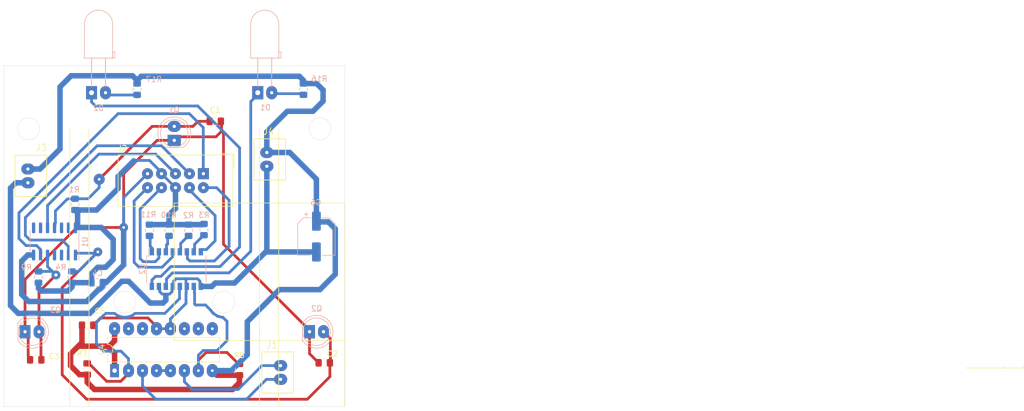
<source format=kicad_pcb>
(kicad_pcb (version 20171130) (host pcbnew "(5.1.5)-3")

  (general
    (thickness 1.6)
    (drawings 26)
    (tracks 496)
    (zones 0)
    (modules 29)
    (nets 27)
  )

  (page A4)
  (layers
    (0 F.Cu signal)
    (31 B.Cu signal)
    (32 B.Adhes user)
    (33 F.Adhes user)
    (34 B.Paste user)
    (35 F.Paste user)
    (36 B.SilkS user)
    (37 F.SilkS user)
    (38 B.Mask user)
    (39 F.Mask user)
    (40 Dwgs.User user)
    (41 Cmts.User user)
    (42 Eco1.User user)
    (43 Eco2.User user)
    (44 Edge.Cuts user)
    (45 Margin user)
    (46 B.CrtYd user)
    (47 F.CrtYd user)
    (48 B.Fab user)
    (49 F.Fab user)
  )

  (setup
    (last_trace_width 1)
    (user_trace_width 0.3)
    (user_trace_width 0.5)
    (user_trace_width 1)
    (user_trace_width 1.5)
    (user_trace_width 2)
    (user_trace_width 2.5)
    (user_trace_width 3)
    (trace_clearance 0.5)
    (zone_clearance 1)
    (zone_45_only no)
    (trace_min 0.5)
    (via_size 2)
    (via_drill 0.6)
    (via_min_size 0.4)
    (via_min_drill 0.3)
    (uvia_size 0.3)
    (uvia_drill 0.1)
    (uvias_allowed no)
    (uvia_min_size 0.2)
    (uvia_min_drill 0.1)
    (edge_width 0.05)
    (segment_width 0.2)
    (pcb_text_width 0.3)
    (pcb_text_size 1.5 1.5)
    (mod_edge_width 0.12)
    (mod_text_size 1 1)
    (mod_text_width 0.15)
    (pad_size 2 2)
    (pad_drill 0.6)
    (pad_to_mask_clearance 0.051)
    (solder_mask_min_width 0.25)
    (aux_axis_origin 140 132)
    (grid_origin 140 132)
    (visible_elements 7FFFFFFF)
    (pcbplotparams
      (layerselection 0x01000_ffffffff)
      (usegerberextensions false)
      (usegerberattributes true)
      (usegerberadvancedattributes false)
      (creategerberjobfile true)
      (excludeedgelayer true)
      (linewidth 0.100000)
      (plotframeref false)
      (viasonmask false)
      (mode 1)
      (useauxorigin true)
      (hpglpennumber 1)
      (hpglpenspeed 20)
      (hpglpendiameter 15.000000)
      (psnegative false)
      (psa4output false)
      (plotreference true)
      (plotvalue true)
      (plotinvisibletext false)
      (padsonsilk false)
      (subtractmaskfromsilk false)
      (outputformat 1)
      (mirror false)
      (drillshape 0)
      (scaleselection 1)
      (outputdirectory "GERBER"))
  )

  (net 0 "")
  (net 1 GNDD)
  (net 2 "Net-(C1-Pad1)")
  (net 3 "Net-(C2-Pad1)")
  (net 4 "Net-(C3-Pad1)")
  (net 5 +3V3)
  (net 6 +12V)
  (net 7 GNDA)
  (net 8 "Net-(D1-Pad2)")
  (net 9 "Net-(D1-Pad1)")
  (net 10 "Net-(D2-Pad2)")
  (net 11 "Net-(D2-Pad1)")
  (net 12 "Net-(J1-Pad2)")
  (net 13 "Net-(J1-Pad1)")
  (net 14 "Net-(R2-Pad2)")
  (net 15 "Net-(R3-Pad2)")
  (net 16 "Net-(R7-Pad1)")
  (net 17 "Net-(R8-Pad1)")
  (net 18 "Net-(R10-Pad2)")
  (net 19 "Net-(R11-Pad1)")
  (net 20 MOTO2)
  (net 21 MOTO1)
  (net 22 LED1)
  (net 23 LED2)
  (net 24 PT1)
  (net 25 PT2)
  (net 26 PT3)

  (net_class Default "This is the default net class."
    (clearance 0.5)
    (trace_width 0.5)
    (via_dia 2)
    (via_drill 0.6)
    (uvia_dia 0.3)
    (uvia_drill 0.1)
    (add_net +12V)
    (add_net +3V3)
    (add_net GNDA)
    (add_net GNDD)
    (add_net LED1)
    (add_net LED2)
    (add_net MOTO1)
    (add_net MOTO2)
    (add_net "Net-(C1-Pad1)")
    (add_net "Net-(C2-Pad1)")
    (add_net "Net-(C3-Pad1)")
    (add_net "Net-(D1-Pad1)")
    (add_net "Net-(D1-Pad2)")
    (add_net "Net-(D2-Pad1)")
    (add_net "Net-(D2-Pad2)")
    (add_net "Net-(J1-Pad1)")
    (add_net "Net-(J1-Pad2)")
    (add_net "Net-(R10-Pad2)")
    (add_net "Net-(R11-Pad1)")
    (add_net "Net-(R2-Pad2)")
    (add_net "Net-(R3-Pad2)")
    (add_net "Net-(R7-Pad1)")
    (add_net "Net-(R8-Pad1)")
    (add_net PT1)
    (add_net PT2)
    (add_net PT3)
  )

  (module ValidatorController:CWF-2 (layer F.Cu) (tedit 5F91DF0F) (tstamp 5F8DDCD2)
    (at 188.3616 87.042 270)
    (descr "Header, Vertical Receptacle, 2.50 mm row X 2.35 mm column pitch; 0.89 mm lead width, 8 pins, 1 row, 8 pins per row, 22.40 mm L X 5.75 mm W X 7.00 mm H body")
    (path /5F88FA59)
    (fp_text reference J4 (at -5.0412 0.1876) (layer F.SilkS)
      (effects (font (size 1.2 1.2) (thickness 0.15)))
    )
    (fp_text value Conn_01x02 (at 0 4.445 90) (layer F.Fab)
      (effects (font (size 1.524 1.524) (thickness 0.15)))
    )
    (fp_line (start -3.73 2.88) (end -3.73 -2.88) (layer F.SilkS) (width 0.15))
    (fp_line (start -3.73 -2.88) (end 3.77 -2.88) (layer F.SilkS) (width 0.15))
    (fp_line (start 3.77 -2.88) (end 3.77 2.88) (layer F.SilkS) (width 0.15))
    (fp_line (start 3.77 2.88) (end -3.73 2.88) (layer F.SilkS) (width 0.15))
    (fp_line (start -3.98 3.13) (end -3.98 -3.13) (layer F.CrtYd) (width 0.05))
    (fp_line (start -3.98 -3.13) (end 4.02 -3.13) (layer F.CrtYd) (width 0.05))
    (fp_line (start 4.02 -3.13) (end 4.02 3.13) (layer F.CrtYd) (width 0.05))
    (fp_line (start 4.02 3.13) (end -3.98 3.13) (layer F.CrtYd) (width 0.05))
    (fp_line (start -3.73 2.88) (end -3.73 -2.88) (layer F.Fab) (width 0.12))
    (fp_line (start -3.73 -2.88) (end 3.77 -2.88) (layer F.Fab) (width 0.12))
    (fp_line (start 3.77 -2.88) (end 3.77 2.88) (layer F.Fab) (width 0.12))
    (fp_line (start 3.77 2.88) (end -3.73 2.88) (layer F.Fab) (width 0.12))
    (pad 1 thru_hole oval (at -1.23 0.525 270) (size 2 2.4) (drill 0.6) (layers *.Cu *.Mask)
      (net 6 +12V))
    (pad 2 thru_hole oval (at 1.27 0.525 270) (size 2 2.4) (drill 0.6) (layers *.Cu *.Mask)
      (net 7 GNDA))
    (model "${KIPRJMOD}/User Library-DS1069-2 CWF-2.step"
      (offset (xyz -1.2 -0.5 0))
      (scale (xyz 1 1 1))
      (rotate (xyz 0 0 0))
    )
  )

  (module ValidatorController:CWF-2 (layer F.Cu) (tedit 5F9090D1) (tstamp 5F8DE648)
    (at 189.8106 125.8338 90)
    (descr "Header, Vertical Receptacle, 2.50 mm row X 2.35 mm column pitch; 0.89 mm lead width, 8 pins, 1 row, 8 pins per row, 22.40 mm L X 5.75 mm W X 7.00 mm H body")
    (path /5F92C0BE)
    (fp_text reference J1 (at 5.0314 -1.0378 180) (layer F.SilkS)
      (effects (font (size 1.2 1.2) (thickness 0.15)))
    )
    (fp_text value Conn_01x02 (at 0 4.445 90) (layer F.Fab)
      (effects (font (size 1.524 1.524) (thickness 0.15)))
    )
    (fp_line (start -3.73 2.88) (end -3.73 -2.88) (layer F.SilkS) (width 0.15))
    (fp_line (start -3.73 -2.88) (end 3.77 -2.88) (layer F.SilkS) (width 0.15))
    (fp_line (start 3.77 -2.88) (end 3.77 2.88) (layer F.SilkS) (width 0.15))
    (fp_line (start 3.77 2.88) (end -3.73 2.88) (layer F.SilkS) (width 0.15))
    (fp_line (start -3.98 3.13) (end -3.98 -3.13) (layer F.CrtYd) (width 0.05))
    (fp_line (start -3.98 -3.13) (end 4.02 -3.13) (layer F.CrtYd) (width 0.05))
    (fp_line (start 4.02 -3.13) (end 4.02 3.13) (layer F.CrtYd) (width 0.05))
    (fp_line (start 4.02 3.13) (end -3.98 3.13) (layer F.CrtYd) (width 0.05))
    (fp_line (start -3.73 2.88) (end -3.73 -2.88) (layer F.Fab) (width 0.12))
    (fp_line (start -3.73 -2.88) (end 3.77 -2.88) (layer F.Fab) (width 0.12))
    (fp_line (start 3.77 -2.88) (end 3.77 2.88) (layer F.Fab) (width 0.12))
    (fp_line (start 3.77 2.88) (end -3.73 2.88) (layer F.Fab) (width 0.12))
    (pad 1 thru_hole oval (at -1.23 0.525 90) (size 2 2.4) (drill 0.6) (layers *.Cu *.Mask)
      (net 13 "Net-(J1-Pad1)"))
    (pad 2 thru_hole oval (at 1.27 0.525 90) (size 2 2.4) (drill 0.6) (layers *.Cu *.Mask)
      (net 12 "Net-(J1-Pad2)"))
    (model "${KIPRJMOD}/User Library-DS1069-2 CWF-2.step"
      (offset (xyz -1.2 -0.5 0))
      (scale (xyz 1 1 1))
      (rotate (xyz 0 0 0))
    )
  )

  (module ValidatorController:CWF-2 (layer F.Cu) (tedit 5F9090D1) (tstamp 5F8DDCBD)
    (at 144.907 90.043 270)
    (descr "Header, Vertical Receptacle, 2.50 mm row X 2.35 mm column pitch; 0.89 mm lead width, 8 pins, 1 row, 8 pins per row, 22.40 mm L X 5.75 mm W X 7.00 mm H body")
    (path /5F897598)
    (fp_text reference J3 (at -5.1054 -1.905) (layer F.SilkS)
      (effects (font (size 1.2 1.2) (thickness 0.15)))
    )
    (fp_text value Conn_01x02 (at 0 4.445 90) (layer F.Fab)
      (effects (font (size 1.524 1.524) (thickness 0.15)))
    )
    (fp_line (start -3.73 2.88) (end -3.73 -2.88) (layer F.SilkS) (width 0.15))
    (fp_line (start -3.73 -2.88) (end 3.77 -2.88) (layer F.SilkS) (width 0.15))
    (fp_line (start 3.77 -2.88) (end 3.77 2.88) (layer F.SilkS) (width 0.15))
    (fp_line (start 3.77 2.88) (end -3.73 2.88) (layer F.SilkS) (width 0.15))
    (fp_line (start -3.98 3.13) (end -3.98 -3.13) (layer F.CrtYd) (width 0.05))
    (fp_line (start -3.98 -3.13) (end 4.02 -3.13) (layer F.CrtYd) (width 0.05))
    (fp_line (start 4.02 -3.13) (end 4.02 3.13) (layer F.CrtYd) (width 0.05))
    (fp_line (start 4.02 3.13) (end -3.98 3.13) (layer F.CrtYd) (width 0.05))
    (fp_line (start -3.73 2.88) (end -3.73 -2.88) (layer F.Fab) (width 0.12))
    (fp_line (start -3.73 -2.88) (end 3.77 -2.88) (layer F.Fab) (width 0.12))
    (fp_line (start 3.77 -2.88) (end 3.77 2.88) (layer F.Fab) (width 0.12))
    (fp_line (start 3.77 2.88) (end -3.73 2.88) (layer F.Fab) (width 0.12))
    (pad 1 thru_hole oval (at -1.23 0.525 270) (size 2 2.4) (drill 0.6) (layers *.Cu *.Mask)
      (net 6 +12V))
    (pad 2 thru_hole oval (at 1.27 0.525 270) (size 2 2.4) (drill 0.6) (layers *.Cu *.Mask)
      (net 7 GNDA))
    (model "${KIPRJMOD}/User Library-DS1069-2 CWF-2.step"
      (offset (xyz -1.2 -0.5 0))
      (scale (xyz 1 1 1))
      (rotate (xyz 0 0 0))
    )
  )

  (module Package_SO:SOP-16_4.4x10.4mm_P1.27mm (layer B.Cu) (tedit 5A02F25C) (tstamp 5F8DF08C)
    (at 171.3752 107.0142 270)
    (descr "16-Lead Plastic Small Outline http://www.vishay.com/docs/49633/sg2098.pdf")
    (tags "SOP 1.27")
    (path /5F968C5B)
    (attr smd)
    (fp_text reference U2 (at 0 6.2 90) (layer B.SilkS)
      (effects (font (size 1 1) (thickness 0.15)) (justify mirror))
    )
    (fp_text value LTV-247 (at 0 -6.1 90) (layer B.Fab)
      (effects (font (size 1 1) (thickness 0.15)) (justify mirror))
    )
    (fp_text user %R (at 0 0 90) (layer B.Fab)
      (effects (font (size 0.8 0.8) (thickness 0.15)) (justify mirror))
    )
    (fp_line (start -2.2 4.6) (end -1.6 5.2) (layer B.Fab) (width 0.1))
    (fp_line (start -2.4 5.4) (end -2.4 5) (layer B.SilkS) (width 0.12))
    (fp_line (start -2.4 5) (end -3.8 5) (layer B.SilkS) (width 0.12))
    (fp_line (start -1.6 5.2) (end 2.2 5.2) (layer B.Fab) (width 0.1))
    (fp_line (start 2.2 5.2) (end 2.2 -5.2) (layer B.Fab) (width 0.1))
    (fp_line (start 2.2 -5.2) (end -2.2 -5.2) (layer B.Fab) (width 0.1))
    (fp_line (start -2.2 -5.2) (end -2.2 4.6) (layer B.Fab) (width 0.1))
    (fp_line (start -2.4 5.4) (end 2.4 5.4) (layer B.SilkS) (width 0.12))
    (fp_line (start -2.4 -5.4) (end 2.4 -5.4) (layer B.SilkS) (width 0.12))
    (fp_line (start -4.05 5.45) (end 4.05 5.45) (layer B.CrtYd) (width 0.05))
    (fp_line (start -4.05 5.45) (end -4.05 -5.45) (layer B.CrtYd) (width 0.05))
    (fp_line (start 4.05 -5.45) (end 4.05 5.45) (layer B.CrtYd) (width 0.05))
    (fp_line (start 4.05 -5.45) (end -4.05 -5.45) (layer B.CrtYd) (width 0.05))
    (pad 1 smd rect (at -3.15 4.45 270) (size 1.3 0.8) (layers B.Cu B.Paste B.Mask)
      (net 19 "Net-(R11-Pad1)"))
    (pad 2 smd rect (at -3.15 3.17 270) (size 1.3 0.8) (layers B.Cu B.Paste B.Mask)
      (net 23 LED2))
    (pad 3 smd rect (at -3.15 1.91 270) (size 1.3 0.8) (layers B.Cu B.Paste B.Mask)
      (net 18 "Net-(R10-Pad2)"))
    (pad 4 smd rect (at -3.15 0.64 270) (size 1.3 0.8) (layers B.Cu B.Paste B.Mask)
      (net 22 LED1))
    (pad 5 smd rect (at -3.15 -0.64 270) (size 1.3 0.8) (layers B.Cu B.Paste B.Mask)
      (net 14 "Net-(R2-Pad2)"))
    (pad 6 smd rect (at -3.15 -1.91 270) (size 1.3 0.8) (layers B.Cu B.Paste B.Mask)
      (net 20 MOTO2))
    (pad 7 smd rect (at -3.15 -3.17 270) (size 1.3 0.8) (layers B.Cu B.Paste B.Mask)
      (net 15 "Net-(R3-Pad2)"))
    (pad 8 smd rect (at -3.15 -4.45 270) (size 1.3 0.8) (layers B.Cu B.Paste B.Mask)
      (net 21 MOTO1))
    (pad 9 smd rect (at 3.15 -4.45 270) (size 1.3 0.8) (layers B.Cu B.Paste B.Mask)
      (net 7 GNDA))
    (pad 10 smd rect (at 3.15 -3.17 270) (size 1.3 0.8) (layers B.Cu B.Paste B.Mask)
      (net 17 "Net-(R8-Pad1)"))
    (pad 11 smd rect (at 3.15 -1.91 270) (size 1.3 0.8) (layers B.Cu B.Paste B.Mask)
      (net 7 GNDA))
    (pad 12 smd rect (at 3.15 -0.64 270) (size 1.3 0.8) (layers B.Cu B.Paste B.Mask)
      (net 16 "Net-(R7-Pad1)"))
    (pad 13 smd rect (at 3.15 0.64 270) (size 1.3 0.8) (layers B.Cu B.Paste B.Mask)
      (net 7 GNDA))
    (pad 14 smd rect (at 3.15 1.91 270) (size 1.3 0.8) (layers B.Cu B.Paste B.Mask)
      (net 9 "Net-(D1-Pad1)"))
    (pad 15 smd rect (at 3.15 3.17 270) (size 1.3 0.8) (layers B.Cu B.Paste B.Mask)
      (net 7 GNDA))
    (pad 16 smd rect (at 3.15 4.45 270) (size 1.3 0.8) (layers B.Cu B.Paste B.Mask)
      (net 11 "Net-(D2-Pad1)"))
    (model ${KISYS3DMOD}/Package_SO.3dshapes/SOP-16_4.4x10.4mm_P1.27mm.wrl
      (at (xyz 0 0 0))
      (scale (xyz 1 1 1))
      (rotate (xyz 0 0 0))
    )
  )

  (module Connector_IDC:IDC-Header_2x05_P2.54mm_Vertical (layer F.Cu) (tedit 5F931335) (tstamp 5F933465)
    (at 176.3 89.662 270)
    (descr "Through hole straight IDC box header, 2x05, 2.54mm pitch, double rows")
    (tags "Through hole IDC box header THT 2x05 2.54mm double row")
    (path /5FA2A4FB)
    (fp_text reference J2 (at -4.6228 14.756 180) (layer F.SilkS)
      (effects (font (size 1 1) (thickness 0.15)))
    )
    (fp_text value Conn_01x10 (at 1.27 16.764 90) (layer F.Fab)
      (effects (font (size 1 1) (thickness 0.15)))
    )
    (fp_line (start -3.655 -5.6) (end -1.115 -5.6) (layer F.SilkS) (width 0.12))
    (fp_line (start -3.655 -5.6) (end -3.655 -3.06) (layer F.SilkS) (width 0.12))
    (fp_line (start -3.405 -5.35) (end 5.945 -5.35) (layer F.SilkS) (width 0.12))
    (fp_line (start -3.405 15.51) (end -3.405 -5.35) (layer F.SilkS) (width 0.12))
    (fp_line (start 5.945 15.51) (end -3.405 15.51) (layer F.SilkS) (width 0.12))
    (fp_line (start 5.945 -5.35) (end 5.945 15.51) (layer F.SilkS) (width 0.12))
    (fp_line (start -3.41 -5.35) (end 5.95 -5.35) (layer F.CrtYd) (width 0.05))
    (fp_line (start -3.41 15.51) (end -3.41 -5.35) (layer F.CrtYd) (width 0.05))
    (fp_line (start 5.95 15.51) (end -3.41 15.51) (layer F.CrtYd) (width 0.05))
    (fp_line (start 5.95 -5.35) (end 5.95 15.51) (layer F.CrtYd) (width 0.05))
    (fp_line (start -3.155 15.26) (end -2.605 14.7) (layer F.Fab) (width 0.1))
    (fp_line (start -3.155 -5.1) (end -2.605 -4.56) (layer F.Fab) (width 0.1))
    (fp_line (start 5.695 15.26) (end 5.145 14.7) (layer F.Fab) (width 0.1))
    (fp_line (start 5.695 -5.1) (end 5.145 -4.56) (layer F.Fab) (width 0.1))
    (fp_line (start 5.145 14.7) (end -2.605 14.7) (layer F.Fab) (width 0.1))
    (fp_line (start 5.695 15.26) (end -3.155 15.26) (layer F.Fab) (width 0.1))
    (fp_line (start 5.145 -4.56) (end -2.605 -4.56) (layer F.Fab) (width 0.1))
    (fp_line (start 5.695 -5.1) (end -3.155 -5.1) (layer F.Fab) (width 0.1))
    (fp_line (start -2.605 7.33) (end -3.155 7.33) (layer F.Fab) (width 0.1))
    (fp_line (start -2.605 2.83) (end -3.155 2.83) (layer F.Fab) (width 0.1))
    (fp_line (start -2.605 7.33) (end -2.605 14.7) (layer F.Fab) (width 0.1))
    (fp_line (start -2.605 -4.56) (end -2.605 2.83) (layer F.Fab) (width 0.1))
    (fp_line (start -3.155 -5.1) (end -3.155 15.26) (layer F.Fab) (width 0.1))
    (fp_line (start 5.145 -4.56) (end 5.145 14.7) (layer F.Fab) (width 0.1))
    (fp_line (start 5.695 -5.1) (end 5.695 15.26) (layer F.Fab) (width 0.1))
    (fp_text user %R (at 1.27 5.08 90) (layer F.Fab)
      (effects (font (size 1 1) (thickness 0.15)))
    )
    (pad 10 thru_hole oval (at 2.54 10.16 270) (size 2 2) (drill 0.6) (layers *.Cu *.Mask)
      (net 22 LED1))
    (pad 9 thru_hole oval (at 0 10.16 270) (size 2 2) (drill 0.6) (layers *.Cu *.Mask)
      (net 1 GNDD))
    (pad 8 thru_hole oval (at 2.54 7.62 270) (size 2 2) (drill 0.6) (layers *.Cu *.Mask)
      (net 23 LED2))
    (pad 7 thru_hole oval (at 0 7.62 270) (size 2 2) (drill 0.6) (layers *.Cu *.Mask)
      (net 5 +3V3))
    (pad 6 thru_hole oval (at 2.54 5.08 270) (size 2 2) (drill 0.6) (layers *.Cu *.Mask)
      (net 5 +3V3))
    (pad 5 thru_hole oval (at 0 5.08 270) (size 2 2) (drill 0.6) (layers *.Cu *.Mask)
      (net 24 PT1))
    (pad 4 thru_hole oval (at 2.54 2.54 270) (size 2 2) (drill 0.6) (layers *.Cu *.Mask)
      (net 21 MOTO1))
    (pad 3 thru_hole oval (at 0 2.54 270) (size 2 2) (drill 0.6) (layers *.Cu *.Mask)
      (net 25 PT2))
    (pad 2 thru_hole oval (at 2.54 0 270) (size 2 2) (drill 0.6) (layers *.Cu *.Mask)
      (net 20 MOTO2))
    (pad 1 thru_hole rect (at 0 0 270) (size 2 2) (drill 0.6) (layers *.Cu *.Mask)
      (net 26 PT3))
    (model ${KISYS3DMOD}/Connector_IDC.3dshapes/IDC-Header_2x05_P2.54mm_Vertical.wrl
      (at (xyz 0 0 0))
      (scale (xyz 1 1 1))
      (rotate (xyz 0 0 0))
    )
  )

  (module Package_DIP:DIP-16_W7.62mm_LongPads (layer F.Cu) (tedit 5F91DCD5) (tstamp 5F8DD2B7)
    (at 160.147 125.476 90)
    (descr "16-lead though-hole mounted DIP package, row spacing 7.62 mm (300 mils), LongPads")
    (tags "THT DIP DIL PDIP 2.54mm 7.62mm 300mil LongPads")
    (path /5F874BAA)
    (fp_text reference U4 (at 3.81 -2.33 90) (layer F.SilkS)
      (effects (font (size 1 1) (thickness 0.15)))
    )
    (fp_text value L293D (at 3.81 20.11 90) (layer F.Fab)
      (effects (font (size 1 1) (thickness 0.15)))
    )
    (fp_arc (start 3.81 -1.33) (end 2.81 -1.33) (angle -180) (layer F.SilkS) (width 0.12))
    (fp_line (start 1.635 -1.27) (end 6.985 -1.27) (layer F.Fab) (width 0.1))
    (fp_line (start 6.985 -1.27) (end 6.985 19.05) (layer F.Fab) (width 0.1))
    (fp_line (start 6.985 19.05) (end 0.635 19.05) (layer F.Fab) (width 0.1))
    (fp_line (start 0.635 19.05) (end 0.635 -0.27) (layer F.Fab) (width 0.1))
    (fp_line (start 0.635 -0.27) (end 1.635 -1.27) (layer F.Fab) (width 0.1))
    (fp_line (start 2.81 -1.33) (end 1.56 -1.33) (layer F.SilkS) (width 0.12))
    (fp_line (start 1.56 -1.33) (end 1.56 19.11) (layer F.SilkS) (width 0.12))
    (fp_line (start 1.56 19.11) (end 6.06 19.11) (layer F.SilkS) (width 0.12))
    (fp_line (start 6.06 19.11) (end 6.06 -1.33) (layer F.SilkS) (width 0.12))
    (fp_line (start 6.06 -1.33) (end 4.81 -1.33) (layer F.SilkS) (width 0.12))
    (fp_line (start -1.45 -1.55) (end -1.45 19.3) (layer F.CrtYd) (width 0.05))
    (fp_line (start -1.45 19.3) (end 9.1 19.3) (layer F.CrtYd) (width 0.05))
    (fp_line (start 9.1 19.3) (end 9.1 -1.55) (layer F.CrtYd) (width 0.05))
    (fp_line (start 9.1 -1.55) (end -1.45 -1.55) (layer F.CrtYd) (width 0.05))
    (fp_text user %R (at 3.81 8.89 90) (layer F.Fab)
      (effects (font (size 1 1) (thickness 0.15)))
    )
    (pad 1 thru_hole rect (at 0 0 90) (size 2.4 1.6) (drill 0.8) (layers *.Cu *.Mask)
      (net 6 +12V))
    (pad 9 thru_hole oval (at 7.62 17.78 90) (size 2.4 2) (drill 0.5) (layers *.Cu *.Mask))
    (pad 2 thru_hole oval (at 0 2.54 90) (size 2.4 2) (drill 0.5) (layers *.Cu *.Mask)
      (net 16 "Net-(R7-Pad1)"))
    (pad 10 thru_hole oval (at 7.62 15.24 90) (size 2.4 2) (drill 0.5) (layers *.Cu *.Mask))
    (pad 3 thru_hole oval (at 0 5.08 90) (size 2.4 2) (drill 0.5) (layers *.Cu *.Mask)
      (net 13 "Net-(J1-Pad1)"))
    (pad 11 thru_hole oval (at 7.62 12.7 90) (size 2.4 2) (drill 0.5) (layers *.Cu *.Mask))
    (pad 4 thru_hole oval (at 0 7.62 90) (size 2.4 2) (drill 0.5) (layers *.Cu *.Mask)
      (net 7 GNDA))
    (pad 12 thru_hole oval (at 7.62 10.16 90) (size 2.4 2) (drill 0.5) (layers *.Cu *.Mask)
      (net 7 GNDA))
    (pad 5 thru_hole oval (at 0 10.16 90) (size 2.4 2) (drill 0.5) (layers *.Cu *.Mask)
      (net 7 GNDA))
    (pad 13 thru_hole oval (at 7.62 7.62 90) (size 2.4 2) (drill 0.5) (layers *.Cu *.Mask)
      (net 7 GNDA))
    (pad 6 thru_hole oval (at 0 12.7 90) (size 2.4 2) (drill 0.5) (layers *.Cu *.Mask)
      (net 12 "Net-(J1-Pad2)"))
    (pad 14 thru_hole oval (at 7.62 5.08 90) (size 2.4 2) (drill 0.5) (layers *.Cu *.Mask))
    (pad 7 thru_hole oval (at 0 15.24 90) (size 2.4 2) (drill 0.5) (layers *.Cu *.Mask)
      (net 17 "Net-(R8-Pad1)"))
    (pad 15 thru_hole oval (at 7.62 2.54 90) (size 2.4 2) (drill 0.5) (layers *.Cu *.Mask))
    (pad 8 thru_hole oval (at 0 17.78 90) (size 2.4 2) (drill 0.5) (layers *.Cu *.Mask)
      (net 6 +12V))
    (pad 16 thru_hole oval (at 7.62 0 90) (size 2.4 2) (drill 0.5) (layers *.Cu *.Mask)
      (net 6 +12V))
    (model ${KISYS3DMOD}/Package_DIP.3dshapes/DIP-16_W7.62mm.wrl
      (at (xyz 0 0 0))
      (scale (xyz 1 1 1))
      (rotate (xyz 0 0 0))
    )
  )

  (module Package_SO:SOIC-14_3.9x8.7mm_P1.27mm (layer B.Cu) (tedit 5D9F72B1) (tstamp 5F8D6F4A)
    (at 149.225 101.981 90)
    (descr "SOIC, 14 Pin (JEDEC MS-012AB, https://www.analog.com/media/en/package-pcb-resources/package/pkg_pdf/soic_narrow-r/r_14.pdf), generated with kicad-footprint-generator ipc_gullwing_generator.py")
    (tags "SOIC SO")
    (path /5F891DCF)
    (attr smd)
    (fp_text reference U1 (at -0.127 5.5626 90) (layer B.SilkS)
      (effects (font (size 1 1) (thickness 0.15)) (justify mirror))
    )
    (fp_text value 74HC14 (at 0 -5.28 90) (layer B.Fab)
      (effects (font (size 1 1) (thickness 0.15)) (justify mirror))
    )
    (fp_line (start 0 -4.435) (end 1.95 -4.435) (layer B.SilkS) (width 0.12))
    (fp_line (start 0 -4.435) (end -1.95 -4.435) (layer B.SilkS) (width 0.12))
    (fp_line (start 0 4.435) (end 1.95 4.435) (layer B.SilkS) (width 0.12))
    (fp_line (start 0 4.435) (end -3.45 4.435) (layer B.SilkS) (width 0.12))
    (fp_line (start -0.975 4.325) (end 1.95 4.325) (layer B.Fab) (width 0.1))
    (fp_line (start 1.95 4.325) (end 1.95 -4.325) (layer B.Fab) (width 0.1))
    (fp_line (start 1.95 -4.325) (end -1.95 -4.325) (layer B.Fab) (width 0.1))
    (fp_line (start -1.95 -4.325) (end -1.95 3.35) (layer B.Fab) (width 0.1))
    (fp_line (start -1.95 3.35) (end -0.975 4.325) (layer B.Fab) (width 0.1))
    (fp_line (start -3.7 4.58) (end -3.7 -4.58) (layer B.CrtYd) (width 0.05))
    (fp_line (start -3.7 -4.58) (end 3.7 -4.58) (layer B.CrtYd) (width 0.05))
    (fp_line (start 3.7 -4.58) (end 3.7 4.58) (layer B.CrtYd) (width 0.05))
    (fp_line (start 3.7 4.58) (end -3.7 4.58) (layer B.CrtYd) (width 0.05))
    (fp_text user %R (at 0 0 90) (layer B.Fab)
      (effects (font (size 0.98 0.98) (thickness 0.15)) (justify mirror))
    )
    (pad 1 smd roundrect (at -2.475 3.81 90) (size 1.95 0.6) (layers B.Cu B.Paste B.Mask) (roundrect_rratio 0.25)
      (net 3 "Net-(C2-Pad1)"))
    (pad 2 smd roundrect (at -2.475 2.54 90) (size 1.95 0.6) (layers B.Cu B.Paste B.Mask) (roundrect_rratio 0.25)
      (net 25 PT2))
    (pad 3 smd roundrect (at -2.475 1.27 90) (size 1.95 0.6) (layers B.Cu B.Paste B.Mask) (roundrect_rratio 0.25))
    (pad 4 smd roundrect (at -2.475 0 90) (size 1.95 0.6) (layers B.Cu B.Paste B.Mask) (roundrect_rratio 0.25))
    (pad 5 smd roundrect (at -2.475 -1.27 90) (size 1.95 0.6) (layers B.Cu B.Paste B.Mask) (roundrect_rratio 0.25)
      (net 4 "Net-(C3-Pad1)"))
    (pad 6 smd roundrect (at -2.475 -2.54 90) (size 1.95 0.6) (layers B.Cu B.Paste B.Mask) (roundrect_rratio 0.25)
      (net 26 PT3))
    (pad 7 smd roundrect (at -2.475 -3.81 90) (size 1.95 0.6) (layers B.Cu B.Paste B.Mask) (roundrect_rratio 0.25)
      (net 1 GNDD))
    (pad 8 smd roundrect (at 2.475 -3.81 90) (size 1.95 0.6) (layers B.Cu B.Paste B.Mask) (roundrect_rratio 0.25))
    (pad 9 smd roundrect (at 2.475 -2.54 90) (size 1.95 0.6) (layers B.Cu B.Paste B.Mask) (roundrect_rratio 0.25))
    (pad 10 smd roundrect (at 2.475 -1.27 90) (size 1.95 0.6) (layers B.Cu B.Paste B.Mask) (roundrect_rratio 0.25)
      (net 24 PT1))
    (pad 11 smd roundrect (at 2.475 0 90) (size 1.95 0.6) (layers B.Cu B.Paste B.Mask) (roundrect_rratio 0.25)
      (net 2 "Net-(C1-Pad1)"))
    (pad 12 smd roundrect (at 2.475 1.27 90) (size 1.95 0.6) (layers B.Cu B.Paste B.Mask) (roundrect_rratio 0.25))
    (pad 13 smd roundrect (at 2.475 2.54 90) (size 1.95 0.6) (layers B.Cu B.Paste B.Mask) (roundrect_rratio 0.25))
    (pad 14 smd roundrect (at 2.475 3.81 90) (size 1.95 0.6) (layers B.Cu B.Paste B.Mask) (roundrect_rratio 0.25)
      (net 5 +3V3))
    (model ${KISYS3DMOD}/Package_SO.3dshapes/SOIC-14_3.9x8.7mm_P1.27mm.wrl
      (at (xyz 0 0 0))
      (scale (xyz 1 1 1))
      (rotate (xyz 0 0 0))
    )
  )

  (module LED_THT:LED_D5.0mm_Clear locked (layer B.Cu) (tedit 5F91E29A) (tstamp 5F8D6D8C)
    (at 143.86 118.4)
    (descr "LED, diameter 5.0mm, 2 pins, http://cdn-reichelt.de/documents/datenblatt/A500/LL-504BC2E-009.pdf")
    (tags "LED diameter 5.0mm 2 pins")
    (path /5F8CD4A0)
    (fp_text reference Q3 (at 5.5428 -3.9476) (layer B.SilkS)
      (effects (font (size 1 1) (thickness 0.15)) (justify mirror))
    )
    (fp_text value BPW40 (at 1.27 -3.96) (layer B.Fab)
      (effects (font (size 1 1) (thickness 0.15)) (justify mirror))
    )
    (fp_arc (start 1.27 0) (end -1.29 -1.54483) (angle 148.9) (layer B.SilkS) (width 0.12))
    (fp_arc (start 1.27 0) (end -1.29 1.54483) (angle -148.9) (layer B.SilkS) (width 0.12))
    (fp_arc (start 1.27 0) (end -1.23 1.469694) (angle -299.1) (layer B.Fab) (width 0.1))
    (fp_circle (center 1.27 0) (end 3.77 0) (layer B.SilkS) (width 0.12))
    (fp_circle (center 1.27 0) (end 3.77 0) (layer B.Fab) (width 0.1))
    (fp_line (start 4.5 3.25) (end -1.95 3.25) (layer B.CrtYd) (width 0.05))
    (fp_line (start 4.5 -3.25) (end 4.5 3.25) (layer B.CrtYd) (width 0.05))
    (fp_line (start -1.95 -3.25) (end 4.5 -3.25) (layer B.CrtYd) (width 0.05))
    (fp_line (start -1.95 3.25) (end -1.95 -3.25) (layer B.CrtYd) (width 0.05))
    (fp_line (start -1.29 1.545) (end -1.29 -1.545) (layer B.SilkS) (width 0.12))
    (fp_line (start -1.23 1.469694) (end -1.23 -1.469694) (layer B.Fab) (width 0.1))
    (fp_text user %R (at 1.25 0) (layer B.Fab)
      (effects (font (size 0.8 0.8) (thickness 0.2)) (justify mirror))
    )
    (pad 2 thru_hole oval (at 2.54 0) (size 2 2.4) (drill 0.6) (layers *.Cu *.Mask)
      (net 4 "Net-(C3-Pad1)"))
    (pad 1 thru_hole rect (at 0 0) (size 2 2.4) (drill 0.6) (layers *.Cu *.Mask)
      (net 1 GNDD))
    (model ${KISYS3DMOD}/LED_THT.3dshapes/LED_D5.0mm_Clear.wrl
      (at (xyz 0 0 0))
      (scale (xyz 1 1 1))
      (rotate (xyz 0 0 0))
    )
  )

  (module LED_THT:LED_D5.0mm_Clear locked (layer B.Cu) (tedit 5F91E23F) (tstamp 5F8D6D7A)
    (at 195.6 118.4)
    (descr "LED, diameter 5.0mm, 2 pins, http://cdn-reichelt.de/documents/datenblatt/A500/LL-504BC2E-009.pdf")
    (tags "LED diameter 5.0mm 2 pins")
    (path /5F8CC746)
    (fp_text reference Q2 (at 1.3008 -4.2016) (layer B.SilkS)
      (effects (font (size 1 1) (thickness 0.15)) (justify mirror))
    )
    (fp_text value BPW40 (at 1.27 -3.96) (layer B.Fab)
      (effects (font (size 1 1) (thickness 0.15)) (justify mirror))
    )
    (fp_arc (start 1.27 0) (end -1.29 -1.54483) (angle 148.9) (layer B.SilkS) (width 0.12))
    (fp_arc (start 1.27 0) (end -1.29 1.54483) (angle -148.9) (layer B.SilkS) (width 0.12))
    (fp_arc (start 1.27 0) (end -1.23 1.469694) (angle -299.1) (layer B.Fab) (width 0.1))
    (fp_circle (center 1.27 0) (end 3.77 0) (layer B.SilkS) (width 0.12))
    (fp_circle (center 1.27 0) (end 3.77 0) (layer B.Fab) (width 0.1))
    (fp_line (start 4.5 3.25) (end -1.95 3.25) (layer B.CrtYd) (width 0.05))
    (fp_line (start 4.5 -3.25) (end 4.5 3.25) (layer B.CrtYd) (width 0.05))
    (fp_line (start -1.95 -3.25) (end 4.5 -3.25) (layer B.CrtYd) (width 0.05))
    (fp_line (start -1.95 3.25) (end -1.95 -3.25) (layer B.CrtYd) (width 0.05))
    (fp_line (start -1.29 1.545) (end -1.29 -1.545) (layer B.SilkS) (width 0.12))
    (fp_line (start -1.23 1.469694) (end -1.23 -1.469694) (layer B.Fab) (width 0.1))
    (fp_text user %R (at 1.25 0) (layer B.Fab)
      (effects (font (size 0.8 0.8) (thickness 0.2)) (justify mirror))
    )
    (pad 2 thru_hole oval (at 2.54 0) (size 2 2.4) (drill 0.6) (layers *.Cu *.Mask)
      (net 3 "Net-(C2-Pad1)"))
    (pad 1 thru_hole rect (at 0 0) (size 2 2.4) (drill 0.6) (layers *.Cu *.Mask)
      (net 1 GNDD))
    (model ${KISYS3DMOD}/LED_THT.3dshapes/LED_D5.0mm_Clear.wrl
      (at (xyz 0 0 0))
      (scale (xyz 1 1 1))
      (rotate (xyz 0 0 0))
    )
  )

  (module LED_THT:LED_D5.0mm_Clear locked (layer B.Cu) (tedit 5F91E2A4) (tstamp 5F8D6D68)
    (at 171 83.6 90)
    (descr "LED, diameter 5.0mm, 2 pins, http://cdn-reichelt.de/documents/datenblatt/A500/LL-504BC2E-009.pdf")
    (tags "LED diameter 5.0mm 2 pins")
    (path /5F8B2AB8)
    (fp_text reference Q1 (at 5.5204 -0.058 180) (layer B.SilkS)
      (effects (font (size 1 1) (thickness 0.15)) (justify mirror))
    )
    (fp_text value BPW40 (at 1.27 -3.96 90) (layer B.Fab)
      (effects (font (size 1 1) (thickness 0.15)) (justify mirror))
    )
    (fp_arc (start 1.27 0) (end -1.29 -1.54483) (angle 148.9) (layer B.SilkS) (width 0.12))
    (fp_arc (start 1.27 0) (end -1.29 1.54483) (angle -148.9) (layer B.SilkS) (width 0.12))
    (fp_arc (start 1.27 0) (end -1.23 1.469694) (angle -299.1) (layer B.Fab) (width 0.1))
    (fp_circle (center 1.27 0) (end 3.77 0) (layer B.SilkS) (width 0.12))
    (fp_circle (center 1.27 0) (end 3.77 0) (layer B.Fab) (width 0.1))
    (fp_line (start 4.5 3.25) (end -1.95 3.25) (layer B.CrtYd) (width 0.05))
    (fp_line (start 4.5 -3.25) (end 4.5 3.25) (layer B.CrtYd) (width 0.05))
    (fp_line (start -1.95 -3.25) (end 4.5 -3.25) (layer B.CrtYd) (width 0.05))
    (fp_line (start -1.95 3.25) (end -1.95 -3.25) (layer B.CrtYd) (width 0.05))
    (fp_line (start -1.29 1.545) (end -1.29 -1.545) (layer B.SilkS) (width 0.12))
    (fp_line (start -1.23 1.469694) (end -1.23 -1.469694) (layer B.Fab) (width 0.1))
    (fp_text user %R (at 1.25 0 90) (layer B.Fab)
      (effects (font (size 0.8 0.8) (thickness 0.2)) (justify mirror))
    )
    (pad 2 thru_hole oval (at 2.54 0 90) (size 2 2.4) (drill 0.6) (layers *.Cu *.Mask)
      (net 2 "Net-(C1-Pad1)"))
    (pad 1 thru_hole rect (at 0 0 90) (size 2 2.4) (drill 0.6) (layers *.Cu *.Mask)
      (net 1 GNDD))
    (model ${KISYS3DMOD}/LED_THT.3dshapes/LED_D5.0mm_Clear.wrl
      (at (xyz 0 0 0))
      (scale (xyz 1 1 1))
      (rotate (xyz 0 0 0))
    )
  )

  (module LED_THT:LED_D5.0mm_Horizontal_O6.35mm_Z3.0mm (layer B.Cu) (tedit 5F930E06) (tstamp 5F8D6C89)
    (at 155.956 74.93)
    (descr "LED, diameter 5.0mm z-position of LED center 3.0mm, 2 pins, diameter 5.0mm z-position of LED center 3.0mm, 2 pins, diameter 5.0mm z-position of LED center 3.0mm, 2 pins")
    (tags "LED diameter 5.0mm z-position of LED center 3.0mm 2 pins diameter 5.0mm z-position of LED center 3.0mm 2 pins diameter 5.0mm z-position of LED center 3.0mm 2 pins")
    (path /5F928CC5)
    (fp_text reference D2 (at 1.27 2.794) (layer B.SilkS)
      (effects (font (size 1 1) (thickness 0.15)) (justify mirror))
    )
    (fp_text value LED (at 1.27 -16.01) (layer B.Fab)
      (effects (font (size 1 1) (thickness 0.15)) (justify mirror))
    )
    (fp_line (start 4.5 1.25) (end -1.95 1.25) (layer B.CrtYd) (width 0.05))
    (fp_line (start 4.5 -15.3) (end 4.5 1.25) (layer B.CrtYd) (width 0.05))
    (fp_line (start -1.95 -15.3) (end 4.5 -15.3) (layer B.CrtYd) (width 0.05))
    (fp_line (start -1.95 1.25) (end -1.95 -15.3) (layer B.CrtYd) (width 0.05))
    (fp_line (start 2.54 -1.08) (end 2.54 -1.08) (layer B.SilkS) (width 0.12))
    (fp_line (start 2.54 -6.29) (end 2.54 -1.08) (layer B.SilkS) (width 0.12))
    (fp_line (start 2.54 -6.29) (end 2.54 -6.29) (layer B.SilkS) (width 0.12))
    (fp_line (start 2.54 -1.08) (end 2.54 -6.29) (layer B.SilkS) (width 0.12))
    (fp_line (start 0 -1.08) (end 0 -1.08) (layer B.SilkS) (width 0.12))
    (fp_line (start 0 -6.29) (end 0 -1.08) (layer B.SilkS) (width 0.12))
    (fp_line (start 0 -6.29) (end 0 -6.29) (layer B.SilkS) (width 0.12))
    (fp_line (start 0 -1.08) (end 0 -6.29) (layer B.SilkS) (width 0.12))
    (fp_line (start 3.83 -6.29) (end 4.23 -6.29) (layer B.SilkS) (width 0.12))
    (fp_line (start 3.83 -7.41) (end 3.83 -6.29) (layer B.SilkS) (width 0.12))
    (fp_line (start 4.23 -7.41) (end 3.83 -7.41) (layer B.SilkS) (width 0.12))
    (fp_line (start 4.23 -6.29) (end 4.23 -7.41) (layer B.SilkS) (width 0.12))
    (fp_line (start -1.29 -6.29) (end 3.83 -6.29) (layer B.SilkS) (width 0.12))
    (fp_line (start 3.83 -6.29) (end 3.83 -12.45) (layer B.SilkS) (width 0.12))
    (fp_line (start -1.29 -6.29) (end -1.29 -12.45) (layer B.SilkS) (width 0.12))
    (fp_line (start 2.54 0) (end 2.54 0) (layer B.Fab) (width 0.1))
    (fp_line (start 2.54 -6.35) (end 2.54 0) (layer B.Fab) (width 0.1))
    (fp_line (start 2.54 -6.35) (end 2.54 -6.35) (layer B.Fab) (width 0.1))
    (fp_line (start 2.54 0) (end 2.54 -6.35) (layer B.Fab) (width 0.1))
    (fp_line (start 0 0) (end 0 0) (layer B.Fab) (width 0.1))
    (fp_line (start 0 -6.35) (end 0 0) (layer B.Fab) (width 0.1))
    (fp_line (start 0 -6.35) (end 0 -6.35) (layer B.Fab) (width 0.1))
    (fp_line (start 0 0) (end 0 -6.35) (layer B.Fab) (width 0.1))
    (fp_line (start 3.77 -6.35) (end 4.17 -6.35) (layer B.Fab) (width 0.1))
    (fp_line (start 3.77 -7.35) (end 3.77 -6.35) (layer B.Fab) (width 0.1))
    (fp_line (start 4.17 -7.35) (end 3.77 -7.35) (layer B.Fab) (width 0.1))
    (fp_line (start 4.17 -6.35) (end 4.17 -7.35) (layer B.Fab) (width 0.1))
    (fp_line (start -1.23 -6.35) (end 3.77 -6.35) (layer B.Fab) (width 0.1))
    (fp_line (start 3.77 -6.35) (end 3.77 -12.45) (layer B.Fab) (width 0.1))
    (fp_line (start -1.23 -6.35) (end -1.23 -12.45) (layer B.Fab) (width 0.1))
    (fp_arc (start 1.27 -12.45) (end -1.29 -12.45) (angle 180) (layer B.SilkS) (width 0.12))
    (fp_arc (start 1.27 -12.45) (end -1.23 -12.45) (angle 180) (layer B.Fab) (width 0.1))
    (pad 2 thru_hole oval (at 2.54 0) (size 2 2.4) (drill 0.6) (layers *.Cu *.Mask)
      (net 10 "Net-(D2-Pad2)"))
    (pad 1 thru_hole rect (at 0 0) (size 2 2.4) (drill 0.9) (layers *.Cu *.Mask)
      (net 11 "Net-(D2-Pad1)"))
    (model ${KISYS3DMOD}/LED_THT.3dshapes/LED_D5.0mm_Horizontal_O6.35mm_Z3.0mm.wrl
      (at (xyz 0 0 0))
      (scale (xyz 1 1 1))
      (rotate (xyz 0 0 0))
    )
  )

  (module LED_THT:LED_D5.0mm_Horizontal_O6.35mm_Z3.0mm (layer B.Cu) (tedit 5F930E1E) (tstamp 5F8D6C5F)
    (at 186.182 74.93)
    (descr "LED, diameter 5.0mm z-position of LED center 3.0mm, 2 pins, diameter 5.0mm z-position of LED center 3.0mm, 2 pins, diameter 5.0mm z-position of LED center 3.0mm, 2 pins")
    (tags "LED diameter 5.0mm z-position of LED center 3.0mm 2 pins diameter 5.0mm z-position of LED center 3.0mm 2 pins diameter 5.0mm z-position of LED center 3.0mm 2 pins")
    (path /5F8B9764)
    (fp_text reference D1 (at 1.3716 2.6924) (layer B.SilkS)
      (effects (font (size 1 1) (thickness 0.15)) (justify mirror))
    )
    (fp_text value LED (at 1.27 -16.01) (layer B.Fab)
      (effects (font (size 1 1) (thickness 0.15)) (justify mirror))
    )
    (fp_line (start 4.5 1.25) (end -1.95 1.25) (layer B.CrtYd) (width 0.05))
    (fp_line (start 4.5 -15.3) (end 4.5 1.25) (layer B.CrtYd) (width 0.05))
    (fp_line (start -1.95 -15.3) (end 4.5 -15.3) (layer B.CrtYd) (width 0.05))
    (fp_line (start -1.95 1.25) (end -1.95 -15.3) (layer B.CrtYd) (width 0.05))
    (fp_line (start 2.54 -1.08) (end 2.54 -1.08) (layer B.SilkS) (width 0.12))
    (fp_line (start 2.54 -6.29) (end 2.54 -1.08) (layer B.SilkS) (width 0.12))
    (fp_line (start 2.54 -6.29) (end 2.54 -6.29) (layer B.SilkS) (width 0.12))
    (fp_line (start 2.54 -1.08) (end 2.54 -6.29) (layer B.SilkS) (width 0.12))
    (fp_line (start 0 -1.08) (end 0 -1.08) (layer B.SilkS) (width 0.12))
    (fp_line (start 0 -6.29) (end 0 -1.08) (layer B.SilkS) (width 0.12))
    (fp_line (start 0 -6.29) (end 0 -6.29) (layer B.SilkS) (width 0.12))
    (fp_line (start 0 -1.08) (end 0 -6.29) (layer B.SilkS) (width 0.12))
    (fp_line (start 3.83 -6.29) (end 4.23 -6.29) (layer B.SilkS) (width 0.12))
    (fp_line (start 3.83 -7.41) (end 3.83 -6.29) (layer B.SilkS) (width 0.12))
    (fp_line (start 4.23 -7.41) (end 3.83 -7.41) (layer B.SilkS) (width 0.12))
    (fp_line (start 4.23 -6.29) (end 4.23 -7.41) (layer B.SilkS) (width 0.12))
    (fp_line (start -1.29 -6.29) (end 3.83 -6.29) (layer B.SilkS) (width 0.12))
    (fp_line (start 3.83 -6.29) (end 3.83 -12.45) (layer B.SilkS) (width 0.12))
    (fp_line (start -1.29 -6.29) (end -1.29 -12.45) (layer B.SilkS) (width 0.12))
    (fp_line (start 2.54 0) (end 2.54 0) (layer B.Fab) (width 0.1))
    (fp_line (start 2.54 -6.35) (end 2.54 0) (layer B.Fab) (width 0.1))
    (fp_line (start 2.54 -6.35) (end 2.54 -6.35) (layer B.Fab) (width 0.1))
    (fp_line (start 2.54 0) (end 2.54 -6.35) (layer B.Fab) (width 0.1))
    (fp_line (start 0 0) (end 0 0) (layer B.Fab) (width 0.1))
    (fp_line (start 0 -6.35) (end 0 0) (layer B.Fab) (width 0.1))
    (fp_line (start 0 -6.35) (end 0 -6.35) (layer B.Fab) (width 0.1))
    (fp_line (start 0 0) (end 0 -6.35) (layer B.Fab) (width 0.1))
    (fp_line (start 3.77 -6.35) (end 4.17 -6.35) (layer B.Fab) (width 0.1))
    (fp_line (start 3.77 -7.35) (end 3.77 -6.35) (layer B.Fab) (width 0.1))
    (fp_line (start 4.17 -7.35) (end 3.77 -7.35) (layer B.Fab) (width 0.1))
    (fp_line (start 4.17 -6.35) (end 4.17 -7.35) (layer B.Fab) (width 0.1))
    (fp_line (start -1.23 -6.35) (end 3.77 -6.35) (layer B.Fab) (width 0.1))
    (fp_line (start 3.77 -6.35) (end 3.77 -12.45) (layer B.Fab) (width 0.1))
    (fp_line (start -1.23 -6.35) (end -1.23 -12.45) (layer B.Fab) (width 0.1))
    (fp_arc (start 1.27 -12.45) (end -1.29 -12.45) (angle 180) (layer B.SilkS) (width 0.12))
    (fp_arc (start 1.27 -12.45) (end -1.23 -12.45) (angle 180) (layer B.Fab) (width 0.1))
    (pad 2 thru_hole oval (at 2.54 0) (size 2 2.4) (drill 0.6) (layers *.Cu *.Mask)
      (net 8 "Net-(D1-Pad2)"))
    (pad 1 thru_hole rect (at 0 0) (size 2 2.4) (drill 0.9) (layers *.Cu *.Mask)
      (net 9 "Net-(D1-Pad1)"))
    (model ${KISYS3DMOD}/LED_THT.3dshapes/LED_D5.0mm_Horizontal_O6.35mm_Z3.0mm.wrl
      (at (xyz 0 0 0))
      (scale (xyz 1 1 1))
      (rotate (xyz 0 0 0))
    )
  )

  (module Capacitor_SMD:CP_Elec_6.3x5.4 (layer B.Cu) (tedit 5BCA39D0) (tstamp 5F8D6C0D)
    (at 196.85 101.092 270)
    (descr "SMD capacitor, aluminum electrolytic, Panasonic C55, 6.3x5.4mm")
    (tags "capacitor electrolytic")
    (path /5FAE6EDA)
    (attr smd)
    (fp_text reference C6 (at -6.1976 0.1016) (layer B.SilkS)
      (effects (font (size 1 1) (thickness 0.15)) (justify mirror))
    )
    (fp_text value 22u (at 0 -4.35 270) (layer B.Fab)
      (effects (font (size 1 1) (thickness 0.15)) (justify mirror))
    )
    (fp_text user %R (at 0 0 270) (layer B.Fab)
      (effects (font (size 1 1) (thickness 0.15)) (justify mirror))
    )
    (fp_line (start -4.8 -1.05) (end -3.55 -1.05) (layer B.CrtYd) (width 0.05))
    (fp_line (start -4.8 1.05) (end -4.8 -1.05) (layer B.CrtYd) (width 0.05))
    (fp_line (start -3.55 1.05) (end -4.8 1.05) (layer B.CrtYd) (width 0.05))
    (fp_line (start -3.55 -1.05) (end -3.55 -2.4) (layer B.CrtYd) (width 0.05))
    (fp_line (start -3.55 2.4) (end -3.55 1.05) (layer B.CrtYd) (width 0.05))
    (fp_line (start -3.55 2.4) (end -2.4 3.55) (layer B.CrtYd) (width 0.05))
    (fp_line (start -3.55 -2.4) (end -2.4 -3.55) (layer B.CrtYd) (width 0.05))
    (fp_line (start -2.4 3.55) (end 3.55 3.55) (layer B.CrtYd) (width 0.05))
    (fp_line (start -2.4 -3.55) (end 3.55 -3.55) (layer B.CrtYd) (width 0.05))
    (fp_line (start 3.55 -1.05) (end 3.55 -3.55) (layer B.CrtYd) (width 0.05))
    (fp_line (start 4.8 -1.05) (end 3.55 -1.05) (layer B.CrtYd) (width 0.05))
    (fp_line (start 4.8 1.05) (end 4.8 -1.05) (layer B.CrtYd) (width 0.05))
    (fp_line (start 3.55 1.05) (end 4.8 1.05) (layer B.CrtYd) (width 0.05))
    (fp_line (start 3.55 3.55) (end 3.55 1.05) (layer B.CrtYd) (width 0.05))
    (fp_line (start -4.04375 2.24125) (end -4.04375 1.45375) (layer B.SilkS) (width 0.12))
    (fp_line (start -4.4375 1.8475) (end -3.65 1.8475) (layer B.SilkS) (width 0.12))
    (fp_line (start -3.41 -2.345563) (end -2.345563 -3.41) (layer B.SilkS) (width 0.12))
    (fp_line (start -3.41 2.345563) (end -2.345563 3.41) (layer B.SilkS) (width 0.12))
    (fp_line (start -3.41 2.345563) (end -3.41 1.06) (layer B.SilkS) (width 0.12))
    (fp_line (start -3.41 -2.345563) (end -3.41 -1.06) (layer B.SilkS) (width 0.12))
    (fp_line (start -2.345563 -3.41) (end 3.41 -3.41) (layer B.SilkS) (width 0.12))
    (fp_line (start -2.345563 3.41) (end 3.41 3.41) (layer B.SilkS) (width 0.12))
    (fp_line (start 3.41 3.41) (end 3.41 1.06) (layer B.SilkS) (width 0.12))
    (fp_line (start 3.41 -3.41) (end 3.41 -1.06) (layer B.SilkS) (width 0.12))
    (fp_line (start -2.389838 1.645) (end -2.389838 1.015) (layer B.Fab) (width 0.1))
    (fp_line (start -2.704838 1.33) (end -2.074838 1.33) (layer B.Fab) (width 0.1))
    (fp_line (start -3.3 -2.3) (end -2.3 -3.3) (layer B.Fab) (width 0.1))
    (fp_line (start -3.3 2.3) (end -2.3 3.3) (layer B.Fab) (width 0.1))
    (fp_line (start -3.3 2.3) (end -3.3 -2.3) (layer B.Fab) (width 0.1))
    (fp_line (start -2.3 -3.3) (end 3.3 -3.3) (layer B.Fab) (width 0.1))
    (fp_line (start -2.3 3.3) (end 3.3 3.3) (layer B.Fab) (width 0.1))
    (fp_line (start 3.3 3.3) (end 3.3 -3.3) (layer B.Fab) (width 0.1))
    (fp_circle (center 0 0) (end 3.15 0) (layer B.Fab) (width 0.1))
    (pad 2 smd roundrect (at 2.8 0 270) (size 3.5 1.6) (layers B.Cu B.Paste B.Mask) (roundrect_rratio 0.15625)
      (net 7 GNDA))
    (pad 1 smd roundrect (at -2.8 0 270) (size 3.5 1.6) (layers B.Cu B.Paste B.Mask) (roundrect_rratio 0.15625)
      (net 6 +12V))
    (model ${KISYS3DMOD}/Capacitor_SMD.3dshapes/CP_Elec_6.3x5.4.wrl
      (at (xyz 0 0 0))
      (scale (xyz 1 1 1))
      (rotate (xyz 0 0 0))
    )
  )

  (module Resistor_SMD:R_0805_2012Metric_Pad1.15x1.40mm_HandSolder (layer B.Cu) (tedit 5B36C52B) (tstamp 5F8F8678)
    (at 173.609 99.949 270)
    (descr "Resistor SMD 0805 (2012 Metric), square (rectangular) end terminal, IPC_7351 nominal with elongated pad for handsoldering. (Body size source: https://docs.google.com/spreadsheets/d/1BsfQQcO9C6DZCsRaXUlFlo91Tg2WpOkGARC1WS5S8t0/edit?usp=sharing), generated with kicad-footprint-generator")
    (tags "resistor handsolder")
    (path /5F8B68F0)
    (attr smd)
    (fp_text reference R2 (at -2.7178 0.0254 180) (layer B.SilkS)
      (effects (font (size 1 1) (thickness 0.15)) (justify mirror))
    )
    (fp_text value R (at 0 -1.65 90) (layer B.Fab)
      (effects (font (size 1 1) (thickness 0.15)) (justify mirror))
    )
    (fp_line (start -1 -0.6) (end -1 0.6) (layer B.Fab) (width 0.1))
    (fp_line (start -1 0.6) (end 1 0.6) (layer B.Fab) (width 0.1))
    (fp_line (start 1 0.6) (end 1 -0.6) (layer B.Fab) (width 0.1))
    (fp_line (start 1 -0.6) (end -1 -0.6) (layer B.Fab) (width 0.1))
    (fp_line (start -0.261252 0.71) (end 0.261252 0.71) (layer B.SilkS) (width 0.12))
    (fp_line (start -0.261252 -0.71) (end 0.261252 -0.71) (layer B.SilkS) (width 0.12))
    (fp_line (start -1.85 -0.95) (end -1.85 0.95) (layer B.CrtYd) (width 0.05))
    (fp_line (start -1.85 0.95) (end 1.85 0.95) (layer B.CrtYd) (width 0.05))
    (fp_line (start 1.85 0.95) (end 1.85 -0.95) (layer B.CrtYd) (width 0.05))
    (fp_line (start 1.85 -0.95) (end -1.85 -0.95) (layer B.CrtYd) (width 0.05))
    (fp_text user %R (at 0 0 90) (layer B.Fab)
      (effects (font (size 0.5 0.5) (thickness 0.08)) (justify mirror))
    )
    (pad 1 smd roundrect (at -1.025 0 270) (size 1.15 1.4) (layers B.Cu B.Paste B.Mask) (roundrect_rratio 0.217391)
      (net 5 +3V3))
    (pad 2 smd roundrect (at 1.025 0 270) (size 1.15 1.4) (layers B.Cu B.Paste B.Mask) (roundrect_rratio 0.217391)
      (net 14 "Net-(R2-Pad2)"))
    (model ${KISYS3DMOD}/Resistor_SMD.3dshapes/R_0805_2012Metric.wrl
      (at (xyz 0 0 0))
      (scale (xyz 1 1 1))
      (rotate (xyz 0 0 0))
    )
  )

  (module Resistor_SMD:R_0805_2012Metric_Pad1.15x1.40mm_HandSolder (layer B.Cu) (tedit 5B36C52B) (tstamp 5F8F8688)
    (at 176.403 99.822 270)
    (descr "Resistor SMD 0805 (2012 Metric), square (rectangular) end terminal, IPC_7351 nominal with elongated pad for handsoldering. (Body size source: https://docs.google.com/spreadsheets/d/1BsfQQcO9C6DZCsRaXUlFlo91Tg2WpOkGARC1WS5S8t0/edit?usp=sharing), generated with kicad-footprint-generator")
    (tags "resistor handsolder")
    (path /5F8B65F8)
    (attr smd)
    (fp_text reference R3 (at -2.6416 -0.0254 180) (layer B.SilkS)
      (effects (font (size 1 1) (thickness 0.15)) (justify mirror))
    )
    (fp_text value R (at 0 -1.65 90) (layer B.Fab)
      (effects (font (size 1 1) (thickness 0.15)) (justify mirror))
    )
    (fp_line (start -1 -0.6) (end -1 0.6) (layer B.Fab) (width 0.1))
    (fp_line (start -1 0.6) (end 1 0.6) (layer B.Fab) (width 0.1))
    (fp_line (start 1 0.6) (end 1 -0.6) (layer B.Fab) (width 0.1))
    (fp_line (start 1 -0.6) (end -1 -0.6) (layer B.Fab) (width 0.1))
    (fp_line (start -0.261252 0.71) (end 0.261252 0.71) (layer B.SilkS) (width 0.12))
    (fp_line (start -0.261252 -0.71) (end 0.261252 -0.71) (layer B.SilkS) (width 0.12))
    (fp_line (start -1.85 -0.95) (end -1.85 0.95) (layer B.CrtYd) (width 0.05))
    (fp_line (start -1.85 0.95) (end 1.85 0.95) (layer B.CrtYd) (width 0.05))
    (fp_line (start 1.85 0.95) (end 1.85 -0.95) (layer B.CrtYd) (width 0.05))
    (fp_line (start 1.85 -0.95) (end -1.85 -0.95) (layer B.CrtYd) (width 0.05))
    (fp_text user %R (at 0 0 90) (layer B.Fab)
      (effects (font (size 0.5 0.5) (thickness 0.08)) (justify mirror))
    )
    (pad 1 smd roundrect (at -1.025 0 270) (size 1.15 1.4) (layers B.Cu B.Paste B.Mask) (roundrect_rratio 0.217391)
      (net 5 +3V3))
    (pad 2 smd roundrect (at 1.025 0 270) (size 1.15 1.4) (layers B.Cu B.Paste B.Mask) (roundrect_rratio 0.217391)
      (net 15 "Net-(R3-Pad2)"))
    (model ${KISYS3DMOD}/Resistor_SMD.3dshapes/R_0805_2012Metric.wrl
      (at (xyz 0 0 0))
      (scale (xyz 1 1 1))
      (rotate (xyz 0 0 0))
    )
  )

  (module Resistor_SMD:R_0805_2012Metric_Pad1.15x1.40mm_HandSolder (layer B.Cu) (tedit 5B36C52B) (tstamp 5F8F8698)
    (at 170.053 99.94 270)
    (descr "Resistor SMD 0805 (2012 Metric), square (rectangular) end terminal, IPC_7351 nominal with elongated pad for handsoldering. (Body size source: https://docs.google.com/spreadsheets/d/1BsfQQcO9C6DZCsRaXUlFlo91Tg2WpOkGARC1WS5S8t0/edit?usp=sharing), generated with kicad-footprint-generator")
    (tags "resistor handsolder")
    (path /5F8CCB1E)
    (attr smd)
    (fp_text reference R10 (at -2.7596 0.0254 180) (layer B.SilkS)
      (effects (font (size 1 1) (thickness 0.15)) (justify mirror))
    )
    (fp_text value R (at 0 -1.65 90) (layer B.Fab)
      (effects (font (size 1 1) (thickness 0.15)) (justify mirror))
    )
    (fp_text user %R (at 0 0 90) (layer B.Fab)
      (effects (font (size 0.5 0.5) (thickness 0.08)) (justify mirror))
    )
    (fp_line (start 1.85 -0.95) (end -1.85 -0.95) (layer B.CrtYd) (width 0.05))
    (fp_line (start 1.85 0.95) (end 1.85 -0.95) (layer B.CrtYd) (width 0.05))
    (fp_line (start -1.85 0.95) (end 1.85 0.95) (layer B.CrtYd) (width 0.05))
    (fp_line (start -1.85 -0.95) (end -1.85 0.95) (layer B.CrtYd) (width 0.05))
    (fp_line (start -0.261252 -0.71) (end 0.261252 -0.71) (layer B.SilkS) (width 0.12))
    (fp_line (start -0.261252 0.71) (end 0.261252 0.71) (layer B.SilkS) (width 0.12))
    (fp_line (start 1 -0.6) (end -1 -0.6) (layer B.Fab) (width 0.1))
    (fp_line (start 1 0.6) (end 1 -0.6) (layer B.Fab) (width 0.1))
    (fp_line (start -1 0.6) (end 1 0.6) (layer B.Fab) (width 0.1))
    (fp_line (start -1 -0.6) (end -1 0.6) (layer B.Fab) (width 0.1))
    (pad 2 smd roundrect (at 1.025 0 270) (size 1.15 1.4) (layers B.Cu B.Paste B.Mask) (roundrect_rratio 0.217391)
      (net 18 "Net-(R10-Pad2)"))
    (pad 1 smd roundrect (at -1.025 0 270) (size 1.15 1.4) (layers B.Cu B.Paste B.Mask) (roundrect_rratio 0.217391)
      (net 5 +3V3))
    (model ${KISYS3DMOD}/Resistor_SMD.3dshapes/R_0805_2012Metric.wrl
      (at (xyz 0 0 0))
      (scale (xyz 1 1 1))
      (rotate (xyz 0 0 0))
    )
  )

  (module Resistor_SMD:R_0805_2012Metric_Pad1.15x1.40mm_HandSolder (layer B.Cu) (tedit 5B36C52B) (tstamp 5F8F86A8)
    (at 166.497 99.949 90)
    (descr "Resistor SMD 0805 (2012 Metric), square (rectangular) end terminal, IPC_7351 nominal with elongated pad for handsoldering. (Body size source: https://docs.google.com/spreadsheets/d/1BsfQQcO9C6DZCsRaXUlFlo91Tg2WpOkGARC1WS5S8t0/edit?usp=sharing), generated with kicad-footprint-generator")
    (tags "resistor handsolder")
    (path /5F928CE3)
    (attr smd)
    (fp_text reference R11 (at 2.8702 -0.2286 180) (layer B.SilkS)
      (effects (font (size 1 1) (thickness 0.15)) (justify mirror))
    )
    (fp_text value R (at 0 -1.65 90) (layer B.Fab)
      (effects (font (size 1 1) (thickness 0.15)) (justify mirror))
    )
    (fp_text user %R (at 0 0 90) (layer B.Fab)
      (effects (font (size 0.5 0.5) (thickness 0.08)) (justify mirror))
    )
    (fp_line (start 1.85 -0.95) (end -1.85 -0.95) (layer B.CrtYd) (width 0.05))
    (fp_line (start 1.85 0.95) (end 1.85 -0.95) (layer B.CrtYd) (width 0.05))
    (fp_line (start -1.85 0.95) (end 1.85 0.95) (layer B.CrtYd) (width 0.05))
    (fp_line (start -1.85 -0.95) (end -1.85 0.95) (layer B.CrtYd) (width 0.05))
    (fp_line (start -0.261252 -0.71) (end 0.261252 -0.71) (layer B.SilkS) (width 0.12))
    (fp_line (start -0.261252 0.71) (end 0.261252 0.71) (layer B.SilkS) (width 0.12))
    (fp_line (start 1 -0.6) (end -1 -0.6) (layer B.Fab) (width 0.1))
    (fp_line (start 1 0.6) (end 1 -0.6) (layer B.Fab) (width 0.1))
    (fp_line (start -1 0.6) (end 1 0.6) (layer B.Fab) (width 0.1))
    (fp_line (start -1 -0.6) (end -1 0.6) (layer B.Fab) (width 0.1))
    (pad 2 smd roundrect (at 1.025 0 90) (size 1.15 1.4) (layers B.Cu B.Paste B.Mask) (roundrect_rratio 0.217391)
      (net 5 +3V3))
    (pad 1 smd roundrect (at -1.025 0 90) (size 1.15 1.4) (layers B.Cu B.Paste B.Mask) (roundrect_rratio 0.217391)
      (net 19 "Net-(R11-Pad1)"))
    (model ${KISYS3DMOD}/Resistor_SMD.3dshapes/R_0805_2012Metric.wrl
      (at (xyz 0 0 0))
      (scale (xyz 1 1 1))
      (rotate (xyz 0 0 0))
    )
  )

  (module Resistor_SMD:R_0805_2012Metric_Pad1.15x1.40mm_HandSolder (layer B.Cu) (tedit 5B36C52B) (tstamp 5F8F8CDC)
    (at 152.9495 95.2412 90)
    (descr "Resistor SMD 0805 (2012 Metric), square (rectangular) end terminal, IPC_7351 nominal with elongated pad for handsoldering. (Body size source: https://docs.google.com/spreadsheets/d/1BsfQQcO9C6DZCsRaXUlFlo91Tg2WpOkGARC1WS5S8t0/edit?usp=sharing), generated with kicad-footprint-generator")
    (tags "resistor handsolder")
    (path /5F8B5DA7)
    (attr smd)
    (fp_text reference R1 (at 2.6836 -0.1431) (layer B.SilkS)
      (effects (font (size 1 1) (thickness 0.15)) (justify mirror))
    )
    (fp_text value R (at 0 -1.65 -90) (layer B.Fab)
      (effects (font (size 1 1) (thickness 0.15)) (justify mirror))
    )
    (fp_text user %R (at 0.254 -0.381 -90) (layer B.Fab)
      (effects (font (size 0.5 0.5) (thickness 0.08)) (justify mirror))
    )
    (fp_line (start 1.85 -0.95) (end -1.85 -0.95) (layer B.CrtYd) (width 0.05))
    (fp_line (start 1.85 0.95) (end 1.85 -0.95) (layer B.CrtYd) (width 0.05))
    (fp_line (start -1.85 0.95) (end 1.85 0.95) (layer B.CrtYd) (width 0.05))
    (fp_line (start -1.85 -0.95) (end -1.85 0.95) (layer B.CrtYd) (width 0.05))
    (fp_line (start -0.261252 -0.71) (end 0.261252 -0.71) (layer B.SilkS) (width 0.12))
    (fp_line (start -0.261252 0.71) (end 0.261252 0.71) (layer B.SilkS) (width 0.12))
    (fp_line (start 1 -0.6) (end -1 -0.6) (layer B.Fab) (width 0.1))
    (fp_line (start 1 0.6) (end 1 -0.6) (layer B.Fab) (width 0.1))
    (fp_line (start -1 0.6) (end 1 0.6) (layer B.Fab) (width 0.1))
    (fp_line (start -1 -0.6) (end -1 0.6) (layer B.Fab) (width 0.1))
    (pad 2 smd roundrect (at 1.025 0 90) (size 1.15 1.4) (layers B.Cu B.Paste B.Mask) (roundrect_rratio 0.217391)
      (net 2 "Net-(C1-Pad1)"))
    (pad 1 smd roundrect (at -1.025 0 90) (size 1.15 1.4) (layers B.Cu B.Paste B.Mask) (roundrect_rratio 0.217391)
      (net 5 +3V3))
    (model ${KISYS3DMOD}/Resistor_SMD.3dshapes/R_0805_2012Metric.wrl
      (at (xyz 0 0 0))
      (scale (xyz 1 1 1))
      (rotate (xyz 0 0 0))
    )
  )

  (module Resistor_SMD:R_0805_2012Metric_Pad1.15x1.40mm_HandSolder (layer B.Cu) (tedit 5B36C52B) (tstamp 5F8F8CEC)
    (at 152.4 108.458 90)
    (descr "Resistor SMD 0805 (2012 Metric), square (rectangular) end terminal, IPC_7351 nominal with elongated pad for handsoldering. (Body size source: https://docs.google.com/spreadsheets/d/1BsfQQcO9C6DZCsRaXUlFlo91Tg2WpOkGARC1WS5S8t0/edit?usp=sharing), generated with kicad-footprint-generator")
    (tags "resistor handsolder")
    (path /5F8CC750)
    (attr smd)
    (fp_text reference R4 (at 1.778 -2.032 180) (layer B.SilkS)
      (effects (font (size 1 1) (thickness 0.15)) (justify mirror))
    )
    (fp_text value R (at 0 -1.65 90) (layer B.Fab)
      (effects (font (size 1 1) (thickness 0.15)) (justify mirror))
    )
    (fp_line (start -1 -0.6) (end -1 0.6) (layer B.Fab) (width 0.1))
    (fp_line (start -1 0.6) (end 1 0.6) (layer B.Fab) (width 0.1))
    (fp_line (start 1 0.6) (end 1 -0.6) (layer B.Fab) (width 0.1))
    (fp_line (start 1 -0.6) (end -1 -0.6) (layer B.Fab) (width 0.1))
    (fp_line (start -0.261252 0.71) (end 0.261252 0.71) (layer B.SilkS) (width 0.12))
    (fp_line (start -0.261252 -0.71) (end 0.261252 -0.71) (layer B.SilkS) (width 0.12))
    (fp_line (start -1.85 -0.95) (end -1.85 0.95) (layer B.CrtYd) (width 0.05))
    (fp_line (start -1.85 0.95) (end 1.85 0.95) (layer B.CrtYd) (width 0.05))
    (fp_line (start 1.85 0.95) (end 1.85 -0.95) (layer B.CrtYd) (width 0.05))
    (fp_line (start 1.85 -0.95) (end -1.85 -0.95) (layer B.CrtYd) (width 0.05))
    (fp_text user %R (at 0 0 90) (layer B.Fab)
      (effects (font (size 0.5 0.5) (thickness 0.08)) (justify mirror))
    )
    (pad 1 smd roundrect (at -1.025 0 90) (size 1.15 1.4) (layers B.Cu B.Paste B.Mask) (roundrect_rratio 0.217391)
      (net 5 +3V3))
    (pad 2 smd roundrect (at 1.025 0 90) (size 1.15 1.4) (layers B.Cu B.Paste B.Mask) (roundrect_rratio 0.217391)
      (net 3 "Net-(C2-Pad1)"))
    (model ${KISYS3DMOD}/Resistor_SMD.3dshapes/R_0805_2012Metric.wrl
      (at (xyz 0 0 0))
      (scale (xyz 1 1 1))
      (rotate (xyz 0 0 0))
    )
  )

  (module Resistor_SMD:R_0805_2012Metric_Pad1.15x1.40mm_HandSolder (layer F.Cu) (tedit 5B36C52B) (tstamp 5F8F8CFC)
    (at 155.1586 125.1878 270)
    (descr "Resistor SMD 0805 (2012 Metric), square (rectangular) end terminal, IPC_7351 nominal with elongated pad for handsoldering. (Body size source: https://docs.google.com/spreadsheets/d/1BsfQQcO9C6DZCsRaXUlFlo91Tg2WpOkGARC1WS5S8t0/edit?usp=sharing), generated with kicad-footprint-generator")
    (tags "resistor handsolder")
    (path /5FA0D02D)
    (attr smd)
    (fp_text reference R7 (at -2.8106 0.9298 180) (layer F.SilkS)
      (effects (font (size 1 1) (thickness 0.15)))
    )
    (fp_text value R (at 0 1.65 90) (layer F.Fab)
      (effects (font (size 1 1) (thickness 0.15)))
    )
    (fp_line (start -1 0.6) (end -1 -0.6) (layer F.Fab) (width 0.1))
    (fp_line (start -1 -0.6) (end 1 -0.6) (layer F.Fab) (width 0.1))
    (fp_line (start 1 -0.6) (end 1 0.6) (layer F.Fab) (width 0.1))
    (fp_line (start 1 0.6) (end -1 0.6) (layer F.Fab) (width 0.1))
    (fp_line (start -0.261252 -0.71) (end 0.261252 -0.71) (layer F.SilkS) (width 0.12))
    (fp_line (start -0.261252 0.71) (end 0.261252 0.71) (layer F.SilkS) (width 0.12))
    (fp_line (start -1.85 0.95) (end -1.85 -0.95) (layer F.CrtYd) (width 0.05))
    (fp_line (start -1.85 -0.95) (end 1.85 -0.95) (layer F.CrtYd) (width 0.05))
    (fp_line (start 1.85 -0.95) (end 1.85 0.95) (layer F.CrtYd) (width 0.05))
    (fp_line (start 1.85 0.95) (end -1.85 0.95) (layer F.CrtYd) (width 0.05))
    (fp_text user %R (at 0 0 90) (layer F.Fab)
      (effects (font (size 0.5 0.5) (thickness 0.08)))
    )
    (pad 1 smd roundrect (at -1.025 0 270) (size 1.15 1.4) (layers F.Cu F.Paste F.Mask) (roundrect_rratio 0.217391)
      (net 16 "Net-(R7-Pad1)"))
    (pad 2 smd roundrect (at 1.025 0 270) (size 1.15 1.4) (layers F.Cu F.Paste F.Mask) (roundrect_rratio 0.217391)
      (net 6 +12V))
    (model ${KISYS3DMOD}/Resistor_SMD.3dshapes/R_0805_2012Metric.wrl
      (at (xyz 0 0 0))
      (scale (xyz 1 1 1))
      (rotate (xyz 0 0 0))
    )
  )

  (module Resistor_SMD:R_0805_2012Metric_Pad1.15x1.40mm_HandSolder (layer F.Cu) (tedit 5B36C52B) (tstamp 5F8F8D0C)
    (at 182.8494 125.287 270)
    (descr "Resistor SMD 0805 (2012 Metric), square (rectangular) end terminal, IPC_7351 nominal with elongated pad for handsoldering. (Body size source: https://docs.google.com/spreadsheets/d/1BsfQQcO9C6DZCsRaXUlFlo91Tg2WpOkGARC1WS5S8t0/edit?usp=sharing), generated with kicad-footprint-generator")
    (tags "resistor handsolder")
    (path /5FA0D8B3)
    (attr smd)
    (fp_text reference R8 (at -2.605 0.0202) (layer F.SilkS)
      (effects (font (size 1 1) (thickness 0.15)))
    )
    (fp_text value R (at 0 1.65 270) (layer F.Fab)
      (effects (font (size 1 1) (thickness 0.15)))
    )
    (fp_text user %R (at 0 0 270) (layer F.Fab)
      (effects (font (size 0.5 0.5) (thickness 0.08)))
    )
    (fp_line (start 1.85 0.95) (end -1.85 0.95) (layer F.CrtYd) (width 0.05))
    (fp_line (start 1.85 -0.95) (end 1.85 0.95) (layer F.CrtYd) (width 0.05))
    (fp_line (start -1.85 -0.95) (end 1.85 -0.95) (layer F.CrtYd) (width 0.05))
    (fp_line (start -1.85 0.95) (end -1.85 -0.95) (layer F.CrtYd) (width 0.05))
    (fp_line (start -0.261252 0.71) (end 0.261252 0.71) (layer F.SilkS) (width 0.12))
    (fp_line (start -0.261252 -0.71) (end 0.261252 -0.71) (layer F.SilkS) (width 0.12))
    (fp_line (start 1 0.6) (end -1 0.6) (layer F.Fab) (width 0.1))
    (fp_line (start 1 -0.6) (end 1 0.6) (layer F.Fab) (width 0.1))
    (fp_line (start -1 -0.6) (end 1 -0.6) (layer F.Fab) (width 0.1))
    (fp_line (start -1 0.6) (end -1 -0.6) (layer F.Fab) (width 0.1))
    (pad 2 smd roundrect (at 1.025 0 270) (size 1.15 1.4) (layers F.Cu F.Paste F.Mask) (roundrect_rratio 0.217391)
      (net 6 +12V))
    (pad 1 smd roundrect (at -1.025 0 270) (size 1.15 1.4) (layers F.Cu F.Paste F.Mask) (roundrect_rratio 0.217391)
      (net 17 "Net-(R8-Pad1)"))
    (model ${KISYS3DMOD}/Resistor_SMD.3dshapes/R_0805_2012Metric.wrl
      (at (xyz 0 0 0))
      (scale (xyz 1 1 1))
      (rotate (xyz 0 0 0))
    )
  )

  (module Resistor_SMD:R_0805_2012Metric_Pad1.15x1.40mm_HandSolder (layer B.Cu) (tedit 5B36C52B) (tstamp 5F8F8D1C)
    (at 146.304 108.458 90)
    (descr "Resistor SMD 0805 (2012 Metric), square (rectangular) end terminal, IPC_7351 nominal with elongated pad for handsoldering. (Body size source: https://docs.google.com/spreadsheets/d/1BsfQQcO9C6DZCsRaXUlFlo91Tg2WpOkGARC1WS5S8t0/edit?usp=sharing), generated with kicad-footprint-generator")
    (tags "resistor handsolder")
    (path /5F8CD4AA)
    (attr smd)
    (fp_text reference R9 (at 1.778 -2.1844 180) (layer B.SilkS)
      (effects (font (size 1 1) (thickness 0.15)) (justify mirror))
    )
    (fp_text value R (at 0 -1.65 90) (layer B.Fab)
      (effects (font (size 1 1) (thickness 0.15)) (justify mirror))
    )
    (fp_text user %R (at 0 0 90) (layer B.Fab)
      (effects (font (size 0.5 0.5) (thickness 0.08)) (justify mirror))
    )
    (fp_line (start 1.85 -0.95) (end -1.85 -0.95) (layer B.CrtYd) (width 0.05))
    (fp_line (start 1.85 0.95) (end 1.85 -0.95) (layer B.CrtYd) (width 0.05))
    (fp_line (start -1.85 0.95) (end 1.85 0.95) (layer B.CrtYd) (width 0.05))
    (fp_line (start -1.85 -0.95) (end -1.85 0.95) (layer B.CrtYd) (width 0.05))
    (fp_line (start -0.261252 -0.71) (end 0.261252 -0.71) (layer B.SilkS) (width 0.12))
    (fp_line (start -0.261252 0.71) (end 0.261252 0.71) (layer B.SilkS) (width 0.12))
    (fp_line (start 1 -0.6) (end -1 -0.6) (layer B.Fab) (width 0.1))
    (fp_line (start 1 0.6) (end 1 -0.6) (layer B.Fab) (width 0.1))
    (fp_line (start -1 0.6) (end 1 0.6) (layer B.Fab) (width 0.1))
    (fp_line (start -1 -0.6) (end -1 0.6) (layer B.Fab) (width 0.1))
    (pad 2 smd roundrect (at 1.025 0 90) (size 1.15 1.4) (layers B.Cu B.Paste B.Mask) (roundrect_rratio 0.217391)
      (net 4 "Net-(C3-Pad1)"))
    (pad 1 smd roundrect (at -1.025 0 90) (size 1.15 1.4) (layers B.Cu B.Paste B.Mask) (roundrect_rratio 0.217391)
      (net 5 +3V3))
    (model ${KISYS3DMOD}/Resistor_SMD.3dshapes/R_0805_2012Metric.wrl
      (at (xyz 0 0 0))
      (scale (xyz 1 1 1))
      (rotate (xyz 0 0 0))
    )
  )

  (module Resistor_SMD:R_0805_2012Metric_Pad1.15x1.40mm_HandSolder (layer B.Cu) (tedit 5B36C52B) (tstamp 5F8F8D2C)
    (at 194.4974 74.295 270)
    (descr "Resistor SMD 0805 (2012 Metric), square (rectangular) end terminal, IPC_7351 nominal with elongated pad for handsoldering. (Body size source: https://docs.google.com/spreadsheets/d/1BsfQQcO9C6DZCsRaXUlFlo91Tg2WpOkGARC1WS5S8t0/edit?usp=sharing), generated with kicad-footprint-generator")
    (tags "resistor handsolder")
    (path /5F906AA6)
    (attr smd)
    (fp_text reference R16 (at -1.905 -2.8606 180) (layer B.SilkS)
      (effects (font (size 1 1) (thickness 0.15)) (justify mirror))
    )
    (fp_text value R (at 0 -1.65 90) (layer B.Fab)
      (effects (font (size 1 1) (thickness 0.15)) (justify mirror))
    )
    (fp_line (start -1 -0.6) (end -1 0.6) (layer B.Fab) (width 0.1))
    (fp_line (start -1 0.6) (end 1 0.6) (layer B.Fab) (width 0.1))
    (fp_line (start 1 0.6) (end 1 -0.6) (layer B.Fab) (width 0.1))
    (fp_line (start 1 -0.6) (end -1 -0.6) (layer B.Fab) (width 0.1))
    (fp_line (start -0.261252 0.71) (end 0.261252 0.71) (layer B.SilkS) (width 0.12))
    (fp_line (start -0.261252 -0.71) (end 0.261252 -0.71) (layer B.SilkS) (width 0.12))
    (fp_line (start -1.85 -0.95) (end -1.85 0.95) (layer B.CrtYd) (width 0.05))
    (fp_line (start -1.85 0.95) (end 1.85 0.95) (layer B.CrtYd) (width 0.05))
    (fp_line (start 1.85 0.95) (end 1.85 -0.95) (layer B.CrtYd) (width 0.05))
    (fp_line (start 1.85 -0.95) (end -1.85 -0.95) (layer B.CrtYd) (width 0.05))
    (fp_text user %R (at 0 0 90) (layer B.Fab)
      (effects (font (size 0.5 0.5) (thickness 0.08)) (justify mirror))
    )
    (pad 1 smd roundrect (at -1.025 0 270) (size 1.15 1.4) (layers B.Cu B.Paste B.Mask) (roundrect_rratio 0.217391)
      (net 6 +12V))
    (pad 2 smd roundrect (at 1.025 0 270) (size 1.15 1.4) (layers B.Cu B.Paste B.Mask) (roundrect_rratio 0.217391)
      (net 8 "Net-(D1-Pad2)"))
    (model ${KISYS3DMOD}/Resistor_SMD.3dshapes/R_0805_2012Metric.wrl
      (at (xyz 0 0 0))
      (scale (xyz 1 1 1))
      (rotate (xyz 0 0 0))
    )
  )

  (module Resistor_SMD:R_0805_2012Metric_Pad1.15x1.40mm_HandSolder (layer B.Cu) (tedit 5B36C52B) (tstamp 5F8F8D3C)
    (at 164.2419 74.295 270)
    (descr "Resistor SMD 0805 (2012 Metric), square (rectangular) end terminal, IPC_7351 nominal with elongated pad for handsoldering. (Body size source: https://docs.google.com/spreadsheets/d/1BsfQQcO9C6DZCsRaXUlFlo91Tg2WpOkGARC1WS5S8t0/edit?usp=sharing), generated with kicad-footprint-generator")
    (tags "resistor handsolder")
    (path /5F928CCF)
    (attr smd)
    (fp_text reference R17 (at -1.8034 -3.0425 180) (layer B.SilkS)
      (effects (font (size 1 1) (thickness 0.15)) (justify mirror))
    )
    (fp_text value R (at 0 -1.65 90) (layer B.Fab)
      (effects (font (size 1 1) (thickness 0.15)) (justify mirror))
    )
    (fp_line (start -1 -0.6) (end -1 0.6) (layer B.Fab) (width 0.1))
    (fp_line (start -1 0.6) (end 1 0.6) (layer B.Fab) (width 0.1))
    (fp_line (start 1 0.6) (end 1 -0.6) (layer B.Fab) (width 0.1))
    (fp_line (start 1 -0.6) (end -1 -0.6) (layer B.Fab) (width 0.1))
    (fp_line (start -0.261252 0.71) (end 0.261252 0.71) (layer B.SilkS) (width 0.12))
    (fp_line (start -0.261252 -0.71) (end 0.261252 -0.71) (layer B.SilkS) (width 0.12))
    (fp_line (start -1.85 -0.95) (end -1.85 0.95) (layer B.CrtYd) (width 0.05))
    (fp_line (start -1.85 0.95) (end 1.85 0.95) (layer B.CrtYd) (width 0.05))
    (fp_line (start 1.85 0.95) (end 1.85 -0.95) (layer B.CrtYd) (width 0.05))
    (fp_line (start 1.85 -0.95) (end -1.85 -0.95) (layer B.CrtYd) (width 0.05))
    (fp_text user %R (at 0 0 90) (layer B.Fab)
      (effects (font (size 0.5 0.5) (thickness 0.08)) (justify mirror))
    )
    (pad 1 smd roundrect (at -1.025 0 270) (size 1.15 1.4) (layers B.Cu B.Paste B.Mask) (roundrect_rratio 0.217391)
      (net 6 +12V))
    (pad 2 smd roundrect (at 1.025 0 270) (size 1.15 1.4) (layers B.Cu B.Paste B.Mask) (roundrect_rratio 0.217391)
      (net 10 "Net-(D2-Pad2)"))
    (model ${KISYS3DMOD}/Resistor_SMD.3dshapes/R_0805_2012Metric.wrl
      (at (xyz 0 0 0))
      (scale (xyz 1 1 1))
      (rotate (xyz 0 0 0))
    )
  )

  (module Capacitor_SMD:C_0805_2012Metric_Pad1.15x1.40mm_HandSolder (layer F.Cu) (tedit 5B36C52B) (tstamp 5F8F9139)
    (at 178.4545 80.1335)
    (descr "Capacitor SMD 0805 (2012 Metric), square (rectangular) end terminal, IPC_7351 nominal with elongated pad for handsoldering. (Body size source: https://docs.google.com/spreadsheets/d/1BsfQQcO9C6DZCsRaXUlFlo91Tg2WpOkGARC1WS5S8t0/edit?usp=sharing), generated with kicad-footprint-generator")
    (tags "capacitor handsolder")
    (path /5F8B6F04)
    (attr smd)
    (fp_text reference C1 (at 0 -2.0539) (layer F.SilkS)
      (effects (font (size 1 1) (thickness 0.15)))
    )
    (fp_text value 0.47u (at 0 1.65) (layer F.Fab)
      (effects (font (size 1 1) (thickness 0.15)))
    )
    (fp_text user %R (at 0 0) (layer F.Fab)
      (effects (font (size 0.5 0.5) (thickness 0.08)))
    )
    (fp_line (start 1.85 0.95) (end -1.85 0.95) (layer F.CrtYd) (width 0.05))
    (fp_line (start 1.85 -0.95) (end 1.85 0.95) (layer F.CrtYd) (width 0.05))
    (fp_line (start -1.85 -0.95) (end 1.85 -0.95) (layer F.CrtYd) (width 0.05))
    (fp_line (start -1.85 0.95) (end -1.85 -0.95) (layer F.CrtYd) (width 0.05))
    (fp_line (start -0.261252 0.71) (end 0.261252 0.71) (layer F.SilkS) (width 0.12))
    (fp_line (start -0.261252 -0.71) (end 0.261252 -0.71) (layer F.SilkS) (width 0.12))
    (fp_line (start 1 0.6) (end -1 0.6) (layer F.Fab) (width 0.1))
    (fp_line (start 1 -0.6) (end 1 0.6) (layer F.Fab) (width 0.1))
    (fp_line (start -1 -0.6) (end 1 -0.6) (layer F.Fab) (width 0.1))
    (fp_line (start -1 0.6) (end -1 -0.6) (layer F.Fab) (width 0.1))
    (pad 2 smd roundrect (at 1.025 0) (size 1.15 1.4) (layers F.Cu F.Paste F.Mask) (roundrect_rratio 0.217391)
      (net 1 GNDD))
    (pad 1 smd roundrect (at -1.025 0) (size 1.15 1.4) (layers F.Cu F.Paste F.Mask) (roundrect_rratio 0.217391)
      (net 2 "Net-(C1-Pad1)"))
    (model ${KISYS3DMOD}/Capacitor_SMD.3dshapes/C_0805_2012Metric.wrl
      (at (xyz 0 0 0))
      (scale (xyz 1 1 1))
      (rotate (xyz 0 0 0))
    )
  )

  (module Capacitor_SMD:C_0805_2012Metric_Pad1.15x1.40mm_HandSolder (layer F.Cu) (tedit 5B36C52B) (tstamp 5F8F9149)
    (at 198.2771 124.0532 180)
    (descr "Capacitor SMD 0805 (2012 Metric), square (rectangular) end terminal, IPC_7351 nominal with elongated pad for handsoldering. (Body size source: https://docs.google.com/spreadsheets/d/1BsfQQcO9C6DZCsRaXUlFlo91Tg2WpOkGARC1WS5S8t0/edit?usp=sharing), generated with kicad-footprint-generator")
    (tags "capacitor handsolder")
    (path /5F8CC75A)
    (attr smd)
    (fp_text reference C2 (at -1.4685 1.6252) (layer F.SilkS)
      (effects (font (size 1 1) (thickness 0.15)))
    )
    (fp_text value 0.47u (at 0 1.65) (layer F.Fab)
      (effects (font (size 1 1) (thickness 0.15)))
    )
    (fp_text user %R (at 0 0) (layer F.Fab)
      (effects (font (size 0.5 0.5) (thickness 0.08)))
    )
    (fp_line (start 1.85 0.95) (end -1.85 0.95) (layer F.CrtYd) (width 0.05))
    (fp_line (start 1.85 -0.95) (end 1.85 0.95) (layer F.CrtYd) (width 0.05))
    (fp_line (start -1.85 -0.95) (end 1.85 -0.95) (layer F.CrtYd) (width 0.05))
    (fp_line (start -1.85 0.95) (end -1.85 -0.95) (layer F.CrtYd) (width 0.05))
    (fp_line (start -0.261252 0.71) (end 0.261252 0.71) (layer F.SilkS) (width 0.12))
    (fp_line (start -0.261252 -0.71) (end 0.261252 -0.71) (layer F.SilkS) (width 0.12))
    (fp_line (start 1 0.6) (end -1 0.6) (layer F.Fab) (width 0.1))
    (fp_line (start 1 -0.6) (end 1 0.6) (layer F.Fab) (width 0.1))
    (fp_line (start -1 -0.6) (end 1 -0.6) (layer F.Fab) (width 0.1))
    (fp_line (start -1 0.6) (end -1 -0.6) (layer F.Fab) (width 0.1))
    (pad 2 smd roundrect (at 1.025 0 180) (size 1.15 1.4) (layers F.Cu F.Paste F.Mask) (roundrect_rratio 0.217391)
      (net 1 GNDD))
    (pad 1 smd roundrect (at -1.025 0 180) (size 1.15 1.4) (layers F.Cu F.Paste F.Mask) (roundrect_rratio 0.217391)
      (net 3 "Net-(C2-Pad1)"))
    (model ${KISYS3DMOD}/Capacitor_SMD.3dshapes/C_0805_2012Metric.wrl
      (at (xyz 0 0 0))
      (scale (xyz 1 1 1))
      (rotate (xyz 0 0 0))
    )
  )

  (module Capacitor_SMD:C_0805_2012Metric_Pad1.15x1.40mm_HandSolder (layer F.Cu) (tedit 5B36C52B) (tstamp 5F8F9159)
    (at 145.8066 123.5142 180)
    (descr "Capacitor SMD 0805 (2012 Metric), square (rectangular) end terminal, IPC_7351 nominal with elongated pad for handsoldering. (Body size source: https://docs.google.com/spreadsheets/d/1BsfQQcO9C6DZCsRaXUlFlo91Tg2WpOkGARC1WS5S8t0/edit?usp=sharing), generated with kicad-footprint-generator")
    (tags "capacitor handsolder")
    (path /5F8CD4B4)
    (attr smd)
    (fp_text reference C3 (at -3.3422 0.629 180) (layer F.SilkS)
      (effects (font (size 1 1) (thickness 0.15)))
    )
    (fp_text value 0.47u (at 0 1.65 180) (layer F.Fab)
      (effects (font (size 1 1) (thickness 0.15)))
    )
    (fp_line (start -1 0.6) (end -1 -0.6) (layer F.Fab) (width 0.1))
    (fp_line (start -1 -0.6) (end 1 -0.6) (layer F.Fab) (width 0.1))
    (fp_line (start 1 -0.6) (end 1 0.6) (layer F.Fab) (width 0.1))
    (fp_line (start 1 0.6) (end -1 0.6) (layer F.Fab) (width 0.1))
    (fp_line (start -0.261252 -0.71) (end 0.261252 -0.71) (layer F.SilkS) (width 0.12))
    (fp_line (start -0.261252 0.71) (end 0.261252 0.71) (layer F.SilkS) (width 0.12))
    (fp_line (start -1.85 0.95) (end -1.85 -0.95) (layer F.CrtYd) (width 0.05))
    (fp_line (start -1.85 -0.95) (end 1.85 -0.95) (layer F.CrtYd) (width 0.05))
    (fp_line (start 1.85 -0.95) (end 1.85 0.95) (layer F.CrtYd) (width 0.05))
    (fp_line (start 1.85 0.95) (end -1.85 0.95) (layer F.CrtYd) (width 0.05))
    (fp_text user %R (at 0 0 180) (layer F.Fab)
      (effects (font (size 0.5 0.5) (thickness 0.08)))
    )
    (pad 1 smd roundrect (at -1.025 0 180) (size 1.15 1.4) (layers F.Cu F.Paste F.Mask) (roundrect_rratio 0.217391)
      (net 4 "Net-(C3-Pad1)"))
    (pad 2 smd roundrect (at 1.025 0 180) (size 1.15 1.4) (layers F.Cu F.Paste F.Mask) (roundrect_rratio 0.217391)
      (net 1 GNDD))
    (model ${KISYS3DMOD}/Capacitor_SMD.3dshapes/C_0805_2012Metric.wrl
      (at (xyz 0 0 0))
      (scale (xyz 1 1 1))
      (rotate (xyz 0 0 0))
    )
  )

  (module Capacitor_SMD:C_0805_2012Metric_Pad1.15x1.40mm_HandSolder (layer B.Cu) (tedit 5B36C52B) (tstamp 5F8F9169)
    (at 156.972 109.474)
    (descr "Capacitor SMD 0805 (2012 Metric), square (rectangular) end terminal, IPC_7351 nominal with elongated pad for handsoldering. (Body size source: https://docs.google.com/spreadsheets/d/1BsfQQcO9C6DZCsRaXUlFlo91Tg2WpOkGARC1WS5S8t0/edit?usp=sharing), generated with kicad-footprint-generator")
    (tags "capacitor handsolder")
    (path /5FAB8C19)
    (attr smd)
    (fp_text reference C4 (at 0.0508 -1.7272) (layer B.SilkS)
      (effects (font (size 1 1) (thickness 0.15)) (justify mirror))
    )
    (fp_text value 0.1u (at 0 -1.65) (layer B.Fab)
      (effects (font (size 1 1) (thickness 0.15)) (justify mirror))
    )
    (fp_line (start -1 -0.6) (end -1 0.6) (layer B.Fab) (width 0.1))
    (fp_line (start -1 0.6) (end 1 0.6) (layer B.Fab) (width 0.1))
    (fp_line (start 1 0.6) (end 1 -0.6) (layer B.Fab) (width 0.1))
    (fp_line (start 1 -0.6) (end -1 -0.6) (layer B.Fab) (width 0.1))
    (fp_line (start -0.261252 0.71) (end 0.261252 0.71) (layer B.SilkS) (width 0.12))
    (fp_line (start -0.261252 -0.71) (end 0.261252 -0.71) (layer B.SilkS) (width 0.12))
    (fp_line (start -1.85 -0.95) (end -1.85 0.95) (layer B.CrtYd) (width 0.05))
    (fp_line (start -1.85 0.95) (end 1.85 0.95) (layer B.CrtYd) (width 0.05))
    (fp_line (start 1.85 0.95) (end 1.85 -0.95) (layer B.CrtYd) (width 0.05))
    (fp_line (start 1.85 -0.95) (end -1.85 -0.95) (layer B.CrtYd) (width 0.05))
    (fp_text user %R (at 0 0 90) (layer B.Fab)
      (effects (font (size 0.5 0.5) (thickness 0.08)) (justify mirror))
    )
    (pad 1 smd roundrect (at -1.025 0) (size 1.15 1.4) (layers B.Cu B.Paste B.Mask) (roundrect_rratio 0.217391)
      (net 5 +3V3))
    (pad 2 smd roundrect (at 1.025 0) (size 1.15 1.4) (layers B.Cu B.Paste B.Mask) (roundrect_rratio 0.217391)
      (net 1 GNDD))
    (model ${KISYS3DMOD}/Capacitor_SMD.3dshapes/C_0805_2012Metric.wrl
      (at (xyz 0 0 0))
      (scale (xyz 1 1 1))
      (rotate (xyz 0 0 0))
    )
  )

  (module Capacitor_SMD:C_0805_2012Metric_Pad1.15x1.40mm_HandSolder (layer F.Cu) (tedit 5B36C52B) (tstamp 5F8F9179)
    (at 155.2407 117.2239 180)
    (descr "Capacitor SMD 0805 (2012 Metric), square (rectangular) end terminal, IPC_7351 nominal with elongated pad for handsoldering. (Body size source: https://docs.google.com/spreadsheets/d/1BsfQQcO9C6DZCsRaXUlFlo91Tg2WpOkGARC1WS5S8t0/edit?usp=sharing), generated with kicad-footprint-generator")
    (tags "capacitor handsolder")
    (path /5FA3E01E)
    (attr smd)
    (fp_text reference C5 (at -2.2393 2.5683) (layer F.SilkS)
      (effects (font (size 1 1) (thickness 0.15)))
    )
    (fp_text value 0.1u (at 0 1.65) (layer F.Fab)
      (effects (font (size 1 1) (thickness 0.15)))
    )
    (fp_line (start -1 0.6) (end -1 -0.6) (layer F.Fab) (width 0.1))
    (fp_line (start -1 -0.6) (end 1 -0.6) (layer F.Fab) (width 0.1))
    (fp_line (start 1 -0.6) (end 1 0.6) (layer F.Fab) (width 0.1))
    (fp_line (start 1 0.6) (end -1 0.6) (layer F.Fab) (width 0.1))
    (fp_line (start -0.261252 -0.71) (end 0.261252 -0.71) (layer F.SilkS) (width 0.12))
    (fp_line (start -0.261252 0.71) (end 0.261252 0.71) (layer F.SilkS) (width 0.12))
    (fp_line (start -1.85 0.95) (end -1.85 -0.95) (layer F.CrtYd) (width 0.05))
    (fp_line (start -1.85 -0.95) (end 1.85 -0.95) (layer F.CrtYd) (width 0.05))
    (fp_line (start 1.85 -0.95) (end 1.85 0.95) (layer F.CrtYd) (width 0.05))
    (fp_line (start 1.85 0.95) (end -1.85 0.95) (layer F.CrtYd) (width 0.05))
    (fp_text user %R (at 0 0) (layer F.Fab)
      (effects (font (size 0.5 0.5) (thickness 0.08)))
    )
    (pad 1 smd roundrect (at -1.025 0 180) (size 1.15 1.4) (layers F.Cu F.Paste F.Mask) (roundrect_rratio 0.217391)
      (net 7 GNDA))
    (pad 2 smd roundrect (at 1.025 0 180) (size 1.15 1.4) (layers F.Cu F.Paste F.Mask) (roundrect_rratio 0.217391)
      (net 6 +12V))
    (model ${KISYS3DMOD}/Capacitor_SMD.3dshapes/C_0805_2012Metric.wrl
      (at (xyz 0 0 0))
      (scale (xyz 1 1 1))
      (rotate (xyz 0 0 0))
    )
  )

  (gr_line (start 202 120) (end 202 132) (layer F.SilkS) (width 0.12) (tstamp 5F8E1174))
  (gr_line (start 171 95) (end 171 120) (layer F.SilkS) (width 0.12) (tstamp 5F8E1168))
  (gr_line (start 202 95) (end 171 95) (layer F.SilkS) (width 0.12) (tstamp 5F8E116B))
  (gr_line (start 202 120) (end 202 95) (layer F.SilkS) (width 0.12) (tstamp 5F8E116E))
  (gr_line (start 171 120) (end 202 120) (layer F.SilkS) (width 0.12) (tstamp 5F8E1171))
  (gr_line (start 186.5 132) (end 186.5 81.5) (layer F.SilkS) (width 0.12) (tstamp 5F8E10C6))
  (gr_line (start 190 132) (end 190 81.5) (layer F.SilkS) (width 0.12) (tstamp 5F8E10C5))
  (gr_line (start 186.5 118.5) (end 186.5 119) (layer F.SilkS) (width 0.12) (tstamp 5F8E10B6))
  (gr_line (start 190 118.5) (end 190 119) (layer F.SilkS) (width 0.12) (tstamp 5F8E10B5))
  (gr_line (start 155.5 132) (end 155.5 81.5) (layer F.SilkS) (width 0.12) (tstamp 5F8E10A8))
  (gr_line (start 152 132) (end 152 81.5) (layer F.SilkS) (width 0.12) (tstamp 5F8E10A8))
  (gr_line (start 155.5 118.5) (end 155.5 118) (layer F.SilkS) (width 0.12) (tstamp 5F8E10A2))
  (gr_line (start 152 118.5) (end 152 118) (layer F.SilkS) (width 0.12) (tstamp 5F8E10A1))
  (gr_line (start 325.5 125) (end 325.5 124.5) (layer F.SilkS) (width 0.12))
  (gr_line (start 322 125) (end 325.5 125) (layer F.SilkS) (width 0.12))
  (gr_line (start 322 125) (end 322 124.5) (layer F.SilkS) (width 0.12))
  (gr_line (start 315 125) (end 322 125) (layer F.SilkS) (width 0.12))
  (gr_circle (center 180 113) (end 180 115) (layer Edge.Cuts) (width 0.05))
  (gr_circle (center 162 113) (end 162 115) (layer Edge.Cuts) (width 0.05))
  (gr_circle (center 144.5 81.5) (end 144.5 83.5) (layer Edge.Cuts) (width 0.05))
  (gr_circle (center 197.5 81.5) (end 197.5 83.5) (layer Edge.Cuts) (width 0.05))
  (gr_line (start 202 132) (end 202 113) (layer F.SilkS) (width 0.12) (tstamp 5F8E0B7D))
  (gr_line (start 202 132) (end 202 70) (layer Edge.Cuts) (width 0.05) (tstamp 5F8D670F))
  (gr_line (start 202 70) (end 140 70) (layer Edge.Cuts) (width 0.05) (tstamp 5F8D670E))
  (gr_line (start 140 132) (end 202 132) (layer Edge.Cuts) (width 0.05))
  (gr_line (start 140 70) (end 140 132) (layer Edge.Cuts) (width 0.05))

  (segment (start 144.7816 123.5142) (end 144.4348 122.8151) (width 0.5) (layer F.Cu) (net 1))
  (segment (start 144.4348 119.05) (end 143.86 118.4) (width 0.5) (layer F.Cu) (net 1))
  (segment (start 144.4348 119.3) (end 144.4348 119.05) (width 0.5) (layer F.Cu) (net 1))
  (segment (start 144.4348 122.8151) (end 144.4348 119.3) (width 0.5) (layer F.Cu) (net 1))
  (segment (start 170.8007 83.7143) (end 170.8857 83.7143) (width 0.5) (layer F.Cu) (net 1))
  (segment (start 170.8857 83.7143) (end 171 83.6) (width 0.5) (layer F.Cu) (net 1))
  (segment (start 170.8449 84.0893) (end 170.823 84.1112) (width 0.5) (layer F.Cu) (net 1))
  (segment (start 170.823 84.1112) (end 170.35 84.1112) (width 0.5) (layer F.Cu) (net 1))
  (segment (start 143.86 118.4) (end 144.51 117.75) (width 0.5) (layer B.Cu) (net 1))
  (segment (start 195.6 121.265) (end 195.6 118.4) (width 0.5) (layer F.Cu) (net 1))
  (segment (start 197.2521 124.0532) (end 195.6 122.4011) (width 0.5) (layer F.Cu) (net 1))
  (segment (start 195.58 121.285) (end 195.6 121.265) (width 0.5) (layer F.Cu) (net 1))
  (segment (start 195.6 121.305) (end 195.58 121.285) (width 0.5) (layer F.Cu) (net 1))
  (segment (start 195.6 122.4011) (end 195.6 121.305) (width 0.5) (layer F.Cu) (net 1))
  (segment (start 179.578 80.232) (end 179.4795 80.1335) (width 0.5) (layer F.Cu) (net 1))
  (segment (start 160.383795 99.441) (end 161.798008 99.441) (width 0.5) (layer F.Cu) (net 1))
  (segment (start 157.997 109.474) (end 158.572 109.474) (width 1) (layer B.Cu) (net 1))
  (segment (start 166.14 89.662) (end 161.798008 94.003992) (width 0.5) (layer B.Cu) (net 1))
  (segment (start 153.3009 99.441) (end 160.383795 99.441) (width 0.5) (layer F.Cu) (net 1))
  (segment (start 161.798008 106.247992) (end 161.798008 100.855213) (width 1) (layer B.Cu) (net 1))
  (segment (start 161.798008 100.855213) (end 161.798008 99.441) (width 1) (layer B.Cu) (net 1))
  (segment (start 158.572 109.474) (end 161.798008 106.247992) (width 1) (layer B.Cu) (net 1))
  (segment (start 161.798008 94.003992) (end 161.798008 98.026787) (width 0.5) (layer B.Cu) (net 1))
  (segment (start 143.86 108.8819) (end 153.3009 99.441) (width 0.5) (layer F.Cu) (net 1))
  (via (at 161.798008 99.441) (size 1.6) (drill 0.5) (layers F.Cu B.Cu) (net 1))
  (segment (start 161.798008 98.026787) (end 161.798008 99.441) (width 0.5) (layer B.Cu) (net 1))
  (segment (start 143.86 118.4) (end 143.86 108.8819) (width 0.5) (layer F.Cu) (net 1))
  (segment (start 157.997 110.174) (end 157.997 109.474) (width 1) (layer B.Cu) (net 1))
  (segment (start 157.349892 110.613892) (end 157.557108 110.613892) (width 1) (layer B.Cu) (net 1))
  (segment (start 155.067 112.903) (end 156.972 110.998) (width 1) (layer B.Cu) (net 1))
  (segment (start 156.972 110.991784) (end 157.349892 110.613892) (width 1) (layer B.Cu) (net 1))
  (segment (start 144.3482 104.4448) (end 143.256 105.537) (width 1) (layer B.Cu) (net 1))
  (segment (start 145.1864 104.4448) (end 144.3482 104.4448) (width 1) (layer B.Cu) (net 1))
  (segment (start 157.557108 110.613892) (end 157.997 110.174) (width 1) (layer B.Cu) (net 1))
  (segment (start 143.256 105.537) (end 143.256 111.633) (width 1) (layer B.Cu) (net 1))
  (segment (start 143.256 111.633) (end 144.526 112.903) (width 1) (layer B.Cu) (net 1))
  (segment (start 156.972 110.998) (end 156.972 110.991784) (width 1) (layer B.Cu) (net 1))
  (segment (start 144.526 112.903) (end 155.067 112.903) (width 1) (layer B.Cu) (net 1))
  (segment (start 178.5852 82.95) (end 171.65 82.95) (width 0.5) (layer F.Cu) (net 1))
  (segment (start 179.578 80.232) (end 179.578 81.9572) (width 0.5) (layer F.Cu) (net 1))
  (segment (start 171.65 82.95) (end 171 83.6) (width 0.5) (layer F.Cu) (net 1))
  (segment (start 179.578 81.9572) (end 178.5852 82.95) (width 0.5) (layer F.Cu) (net 1))
  (segment (start 179.578 81.916) (end 179.578 80.232) (width 0.5) (layer F.Cu) (net 1))
  (segment (start 194.95 117.75) (end 194.95 117.48) (width 0.5) (layer F.Cu) (net 1))
  (segment (start 194.95 117.48) (end 179.9529 102.4829) (width 0.5) (layer F.Cu) (net 1))
  (segment (start 195.6 118.4) (end 194.95 117.75) (width 0.5) (layer F.Cu) (net 1))
  (segment (start 179.9529 102.4829) (end 179.9529 82.2909) (width 0.5) (layer F.Cu) (net 1))
  (segment (start 179.9529 82.2909) (end 179.578 81.916) (width 0.5) (layer F.Cu) (net 1))
  (segment (start 161.798008 98.026787) (end 161.798008 99.441) (width 0.5) (layer F.Cu) (net 1))
  (segment (start 161.798008 89.678792) (end 161.798008 98.026787) (width 0.5) (layer F.Cu) (net 1))
  (segment (start 171 83.6) (end 167.8768 83.6) (width 0.5) (layer F.Cu) (net 1))
  (segment (start 167.8768 83.6) (end 161.798008 89.678792) (width 0.5) (layer F.Cu) (net 1))
  (segment (start 158.352999 89.678001) (end 157.353 90.678) (width 0.5) (layer F.Cu) (net 2))
  (segment (start 171 81.06) (end 166.971 81.06) (width 0.5) (layer F.Cu) (net 2))
  (via (at 157.353 90.678) (size 2) (drill 0.5) (layers F.Cu B.Cu) (net 2))
  (segment (start 166.971 81.06) (end 158.352999 89.678001) (width 0.5) (layer F.Cu) (net 2))
  (segment (start 174.4005 81.06) (end 171 81.06) (width 0.5) (layer F.Cu) (net 2))
  (segment (start 175.3235 80.137) (end 174.4005 81.06) (width 0.5) (layer F.Cu) (net 2))
  (segment (start 177.4295 80.1335) (end 177.426 80.137) (width 0.5) (layer F.Cu) (net 2))
  (segment (start 177.426 80.137) (end 175.3235 80.137) (width 0.5) (layer F.Cu) (net 2))
  (segment (start 149.388 98.5315) (end 149.225 99.506) (width 0.5) (layer B.Cu) (net 2))
  (segment (start 151.5872 94.234) (end 149.388 96.4332) (width 0.5) (layer B.Cu) (net 2))
  (segment (start 152.9495 94.2162) (end 152.9317 94.234) (width 0.5) (layer B.Cu) (net 2))
  (segment (start 149.388 96.4332) (end 149.388 98.5315) (width 0.5) (layer B.Cu) (net 2))
  (segment (start 152.9317 94.234) (end 151.5872 94.234) (width 0.5) (layer B.Cu) (net 2))
  (segment (start 157.353 92.1934) (end 157.353 90.678) (width 0.5) (layer B.Cu) (net 2))
  (segment (start 152.9495 94.2162) (end 155.3302 94.2162) (width 0.5) (layer B.Cu) (net 2))
  (segment (start 155.3302 94.2162) (end 157.353 92.1934) (width 0.5) (layer B.Cu) (net 2))
  (segment (start 152.4 107.433) (end 153.551992 107.433) (width 0.5) (layer B.Cu) (net 3))
  (segment (start 153.551992 107.433) (end 156.860993 104.123999) (width 0.5) (layer B.Cu) (net 3))
  (segment (start 199.39 119.65) (end 198.14 118.4) (width 0.5) (layer F.Cu) (net 3))
  (segment (start 199.3021 124.0532) (end 199.39 123.9653) (width 0.5) (layer F.Cu) (net 3))
  (segment (start 199.39 123.9653) (end 199.39 119.65) (width 0.5) (layer F.Cu) (net 3))
  (via (at 157.099 103.886026) (size 1.6) (drill 0.5) (layers F.Cu B.Cu) (net 3))
  (segment (start 157.098966 103.886026) (end 157.099 103.886026) (width 0.5) (layer B.Cu) (net 3))
  (segment (start 156.860993 104.123999) (end 157.098966 103.886026) (width 0.5) (layer B.Cu) (net 3))
  (segment (start 150.622 110.363026) (end 156.099001 104.886025) (width 0.5) (layer F.Cu) (net 3))
  (segment (start 156.099001 104.886025) (end 157.099 103.886026) (width 0.5) (layer F.Cu) (net 3))
  (segment (start 155.067 130.683) (end 150.622 126.238) (width 0.5) (layer F.Cu) (net 3))
  (segment (start 150.622 126.238) (end 150.622 110.363026) (width 0.5) (layer F.Cu) (net 3))
  (segment (start 199.3021 124.0532) (end 199.3021 126.5799) (width 0.5) (layer F.Cu) (net 3))
  (segment (start 199.3021 126.5799) (end 195.199 130.683) (width 0.5) (layer F.Cu) (net 3))
  (segment (start 195.199 130.683) (end 155.067 130.683) (width 0.5) (layer F.Cu) (net 3))
  (segment (start 153.0556 104.5172) (end 153.0556 104.1616) (width 0.5) (layer B.Cu) (net 3))
  (segment (start 153.093201 104.123999) (end 156.860993 104.123999) (width 0.5) (layer B.Cu) (net 3))
  (segment (start 153.0556 104.1616) (end 153.093201 104.123999) (width 0.5) (layer B.Cu) (net 3))
  (segment (start 146.8316 123.5142) (end 146.7566 123.0632) (width 0.5) (layer F.Cu) (net 4))
  (segment (start 146.7566 123.0632) (end 146.7566 122.8132) (width 0.5) (layer F.Cu) (net 4))
  (segment (start 146.7566 122.8132) (end 146.7566 118.7566) (width 0.5) (layer F.Cu) (net 4))
  (segment (start 146.7566 118.7566) (end 146.4 118.4) (width 0.5) (layer F.Cu) (net 4))
  (via (at 149.479004 108.077) (size 1.6) (drill 0.6) (layers F.Cu B.Cu) (net 4))
  (segment (start 146.4 118.4) (end 146.4 111.156004) (width 0.5) (layer F.Cu) (net 4))
  (segment (start 147.955 106.552996) (end 149.479004 108.077) (width 0.5) (layer B.Cu) (net 4))
  (segment (start 147.955 104.456) (end 147.955 106.552996) (width 0.5) (layer B.Cu) (net 4))
  (segment (start 148.479005 109.076999) (end 149.479004 108.077) (width 0.5) (layer F.Cu) (net 4))
  (segment (start 146.4 111.156004) (end 148.479005 109.076999) (width 0.5) (layer F.Cu) (net 4))
  (segment (start 148.835004 107.433) (end 149.479004 108.077) (width 0.5) (layer B.Cu) (net 4))
  (segment (start 146.304 107.433) (end 148.835004 107.433) (width 0.5) (layer B.Cu) (net 4))
  (segment (start 173.609 98.924) (end 173.158 98.9195) (width 0.5) (layer B.Cu) (net 5))
  (segment (start 173.158 98.9195) (end 172.908 98.9195) (width 0.5) (layer B.Cu) (net 5))
  (segment (start 172.908 98.9195) (end 170.754 98.9195) (width 0.5) (layer B.Cu) (net 5))
  (segment (start 170.754 98.9195) (end 170.504 98.9195) (width 0.5) (layer B.Cu) (net 5))
  (segment (start 170.504 98.9195) (end 170.053 98.915) (width 0.5) (layer B.Cu) (net 5))
  (segment (start 166.497 98.924) (end 166.948 98.9195) (width 0.5) (layer B.Cu) (net 5))
  (segment (start 166.948 98.9195) (end 167.198 98.9195) (width 0.5) (layer B.Cu) (net 5))
  (segment (start 167.198 98.9195) (end 169.352 98.9195) (width 0.5) (layer B.Cu) (net 5))
  (segment (start 169.352 98.9195) (end 169.602 98.9195) (width 0.5) (layer B.Cu) (net 5))
  (segment (start 169.602 98.9195) (end 170.053 98.915) (width 0.5) (layer B.Cu) (net 5))
  (segment (start 171.22 92.202) (end 168.68 89.662) (width 0.5) (layer B.Cu) (net 5))
  (segment (start 176.403 98.797) (end 175.952 98.8605) (width 0.5) (layer B.Cu) (net 5))
  (segment (start 175.952 98.8605) (end 175.702 98.8605) (width 0.5) (layer B.Cu) (net 5))
  (segment (start 175.702 98.8605) (end 174.31 98.8605) (width 0.5) (layer B.Cu) (net 5))
  (segment (start 174.31 98.8605) (end 174.06 98.8605) (width 0.5) (layer B.Cu) (net 5))
  (segment (start 174.06 98.8605) (end 173.609 98.924) (width 0.5) (layer B.Cu) (net 5))
  (segment (start 152.9495 96.2662) (end 153.035 96.5922) (width 0.5) (layer B.Cu) (net 5))
  (segment (start 170.053 97.155) (end 171.196 96.012) (width 0.5) (layer B.Cu) (net 5))
  (segment (start 168.68 89.432) (end 166.497 87.249) (width 0.5) (layer B.Cu) (net 5))
  (segment (start 166.497 87.249) (end 163.703 87.249) (width 0.5) (layer B.Cu) (net 5))
  (segment (start 168.68 89.662) (end 168.68 89.432) (width 0.5) (layer B.Cu) (net 5))
  (segment (start 155.938 109.483) (end 155.947 109.474) (width 1) (layer B.Cu) (net 5))
  (segment (start 152.4 109.483) (end 155.938 109.483) (width 1) (layer B.Cu) (net 5))
  (segment (start 155.947 108.774) (end 155.956 108.765) (width 1) (layer B.Cu) (net 5))
  (segment (start 155.956 108.765) (end 155.956 107.95) (width 1) (layer B.Cu) (net 5))
  (segment (start 155.947 109.474) (end 155.947 108.774) (width 1) (layer B.Cu) (net 5))
  (segment (start 155.947 107.832) (end 155.956 107.95) (width 0.5) (layer B.Cu) (net 5))
  (segment (start 159.766 105.3647) (end 159.639 105.283) (width 0.5) (layer B.Cu) (net 5))
  (segment (start 159.860993 101.567993) (end 157.734 99.441) (width 1) (layer B.Cu) (net 5))
  (segment (start 157.734 99.441) (end 159.766 101.6) (width 0.5) (layer B.Cu) (net 5))
  (segment (start 157.734 99.441) (end 153.416 99.441) (width 1) (layer B.Cu) (net 5))
  (segment (start 153.035 99.506) (end 153.416 99.441) (width 0.5) (layer B.Cu) (net 5))
  (segment (start 153.67 96.2867) (end 153.6495 96.2662) (width 1) (layer B.Cu) (net 5))
  (segment (start 153.6495 96.2662) (end 152.9495 96.2662) (width 1) (layer B.Cu) (net 5))
  (segment (start 158.496 106.68) (end 159.766 105.41) (width 1) (layer B.Cu) (net 5))
  (segment (start 155.947 107.832) (end 157.099 106.68) (width 1) (layer B.Cu) (net 5))
  (segment (start 157.099 106.68) (end 158.496 106.68) (width 1) (layer B.Cu) (net 5))
  (segment (start 159.893 101.664014) (end 159.860993 101.632007) (width 1) (layer B.Cu) (net 5))
  (segment (start 159.766 105.3647) (end 159.893 105.2377) (width 1) (layer B.Cu) (net 5))
  (segment (start 159.893 105.2377) (end 159.893 101.664014) (width 1) (layer B.Cu) (net 5))
  (segment (start 176.276 98.924) (end 176.403 98.797) (width 1) (layer B.Cu) (net 5))
  (segment (start 166.497 98.924) (end 176.276 98.924) (width 1) (layer B.Cu) (net 5))
  (segment (start 171.22 95.988) (end 171.196 96.012) (width 1) (layer B.Cu) (net 5))
  (segment (start 171.22 92.202) (end 171.22 95.988) (width 1) (layer B.Cu) (net 5))
  (segment (start 170.053 97.155) (end 171.22 95.988) (width 1) (layer B.Cu) (net 5))
  (segment (start 170.053 97.155) (end 170.053 98.915) (width 1) (layer B.Cu) (net 5))
  (segment (start 160.782 90.17) (end 163.59599 87.35601) (width 1) (layer B.Cu) (net 5))
  (segment (start 160.782 92.3544) (end 160.782 90.17) (width 1) (layer B.Cu) (net 5))
  (segment (start 163.59599 87.35601) (end 163.703 87.35601) (width 1) (layer B.Cu) (net 5))
  (segment (start 152.9495 96.2662) (end 156.8702 96.2662) (width 1) (layer B.Cu) (net 5))
  (segment (start 156.8702 96.2662) (end 160.782 92.3544) (width 1) (layer B.Cu) (net 5))
  (segment (start 153.416 96.7232) (end 152.9588 96.266) (width 1) (layer B.Cu) (net 5))
  (segment (start 153.416 99.441) (end 153.416 96.7232) (width 1) (layer B.Cu) (net 5))
  (segment (start 151.6888 110.998) (end 152.4 110.2868) (width 1) (layer B.Cu) (net 5))
  (segment (start 146.304 109.483) (end 146.304 110.49) (width 1) (layer B.Cu) (net 5))
  (segment (start 152.4 110.2868) (end 152.4 109.474) (width 1) (layer B.Cu) (net 5))
  (segment (start 146.812 110.998) (end 151.6888 110.998) (width 1) (layer B.Cu) (net 5))
  (segment (start 146.304 110.49) (end 146.812 110.998) (width 1) (layer B.Cu) (net 5))
  (segment (start 178.0998 125.9652) (end 177.927 125.7924) (width 0.5) (layer F.Cu) (net 6))
  (segment (start 177.927 125.7924) (end 177.927 125.476) (width 0.5) (layer F.Cu) (net 6))
  (segment (start 146.582 88.813) (end 150.22576 85.16924) (width 1) (layer B.Cu) (net 6))
  (segment (start 144.382 88.813) (end 146.582 88.813) (width 1) (layer B.Cu) (net 6))
  (segment (start 150.22576 85.16924) (end 150.22576 73.8632) (width 1) (layer B.Cu) (net 6))
  (segment (start 150.22576 73.8632) (end 152.23744 71.85152) (width 1) (layer B.Cu) (net 6))
  (segment (start 164.2419 72.695) (end 164.2419 73.27) (width 1) (layer B.Cu) (net 6))
  (segment (start 163.39842 71.85152) (end 164.2419 72.695) (width 1) (layer B.Cu) (net 6))
  (segment (start 152.23744 71.85152) (end 163.39842 71.85152) (width 1) (layer B.Cu) (net 6))
  (segment (start 164.2419 72.695) (end 164.99902 71.93788) (width 1) (layer B.Cu) (net 6))
  (segment (start 194.4974 72.695) (end 194.4974 73.27) (width 1) (layer B.Cu) (net 6))
  (segment (start 193.74028 71.93788) (end 194.4974 72.695) (width 1) (layer B.Cu) (net 6))
  (segment (start 164.99902 71.93788) (end 193.74028 71.93788) (width 1) (layer B.Cu) (net 6))
  (segment (start 196.983 98.425) (end 196.85 98.292) (width 1) (layer B.Cu) (net 6))
  (segment (start 181.37632 125.47854) (end 184.277 122.57786) (width 1) (layer B.Cu) (net 6))
  (segment (start 184.277 122.57786) (end 184.277 116.586) (width 1) (layer B.Cu) (net 6))
  (segment (start 190.119 110.744) (end 197.485 110.744) (width 1) (layer B.Cu) (net 6))
  (segment (start 200.279 99.695) (end 199.009 98.425) (width 1) (layer B.Cu) (net 6))
  (segment (start 199.009 98.425) (end 196.983 98.425) (width 1) (layer B.Cu) (net 6))
  (segment (start 179.92954 125.47854) (end 181.37632 125.47854) (width 1) (layer B.Cu) (net 6))
  (segment (start 177.927 125.476) (end 179.927 125.476) (width 1) (layer B.Cu) (net 6))
  (segment (start 197.485 110.744) (end 200.279 107.95) (width 1) (layer B.Cu) (net 6))
  (segment (start 179.927 125.476) (end 179.92954 125.47854) (width 1) (layer B.Cu) (net 6))
  (segment (start 184.277 116.586) (end 190.119 110.744) (width 1) (layer B.Cu) (net 6))
  (segment (start 200.279 107.95) (end 200.279 99.695) (width 1) (layer B.Cu) (net 6))
  (segment (start 182.8494 126.312) (end 182.753 126.4084) (width 0.5) (layer F.Cu) (net 6))
  (segment (start 153.543 121.031) (end 158.496 121.031) (width 1) (layer F.Cu) (net 6))
  (segment (start 159.172 121.031) (end 158.496 121.031) (width 1) (layer F.Cu) (net 6))
  (segment (start 160.147 120.056) (end 159.172 121.031) (width 1) (layer F.Cu) (net 6))
  (segment (start 160.147 117.856) (end 160.147 120.056) (width 1) (layer F.Cu) (net 6))
  (segment (start 178.763 126.312) (end 182.8494 126.312) (width 1) (layer F.Cu) (net 6))
  (segment (start 177.927 125.476) (end 178.763 126.312) (width 1) (layer F.Cu) (net 6))
  (segment (start 160.147 122.301) (end 160.147 125.476) (width 1) (layer F.Cu) (net 6))
  (segment (start 158.496 121.031) (end 158.877 121.031) (width 1) (layer F.Cu) (net 6))
  (segment (start 158.877 121.031) (end 160.147 122.301) (width 1) (layer F.Cu) (net 6))
  (segment (start 153.7718 126.2128) (end 152.146 124.587) (width 1) (layer F.Cu) (net 6))
  (segment (start 155.1586 126.2128) (end 153.7718 126.2128) (width 1) (layer F.Cu) (net 6))
  (segment (start 152.146 124.587) (end 152.146 122.428) (width 1) (layer F.Cu) (net 6))
  (segment (start 152.146 122.428) (end 153.543 121.031) (width 1) (layer F.Cu) (net 6))
  (segment (start 154.2157 120.3583) (end 153.543 121.031) (width 1) (layer F.Cu) (net 6))
  (segment (start 154.2157 117.2239) (end 154.2157 120.3583) (width 1) (layer F.Cu) (net 6))
  (segment (start 156.464 128.905) (end 155.1586 127.5996) (width 1) (layer F.Cu) (net 6))
  (segment (start 155.1586 127.5996) (end 155.1586 126.2128) (width 1) (layer F.Cu) (net 6))
  (segment (start 181.61 128.905) (end 156.464 128.905) (width 1) (layer F.Cu) (net 6))
  (segment (start 182.8494 126.312) (end 182.8494 127.6656) (width 1) (layer F.Cu) (net 6))
  (segment (start 182.8494 127.6656) (end 181.61 128.905) (width 1) (layer F.Cu) (net 6))
  (segment (start 187.8366 85.812) (end 192.0084 85.812) (width 1) (layer B.Cu) (net 6))
  (segment (start 196.85 90.6536) (end 196.85 98.292) (width 1) (layer B.Cu) (net 6))
  (segment (start 192.0084 85.812) (end 196.85 90.6536) (width 1) (layer B.Cu) (net 6))
  (segment (start 187.8366 85.812) (end 187.8366 82.0298) (width 1) (layer B.Cu) (net 6))
  (segment (start 187.8366 82.0298) (end 191.562 78.3044) (width 1) (layer B.Cu) (net 6))
  (segment (start 191.562 78.3044) (end 196.2356 78.3044) (width 1) (layer B.Cu) (net 6))
  (segment (start 196.2356 78.3044) (end 198.0644 76.4756) (width 1) (layer B.Cu) (net 6))
  (segment (start 198.0644 76.4756) (end 198.0644 74.4436) (width 1) (layer B.Cu) (net 6))
  (segment (start 196.8908 73.27) (end 194.4974 73.27) (width 1) (layer B.Cu) (net 6))
  (segment (start 198.0644 74.4436) (end 196.8908 73.27) (width 1) (layer B.Cu) (net 6))
  (segment (start 169.4006 111.5647) (end 170.1329 111.5647) (width 0.5) (layer B.Cu) (net 7))
  (segment (start 170.1329 111.5647) (end 170.5852 111.1124) (width 0.5) (layer B.Cu) (net 7))
  (segment (start 170.5852 111.1124) (end 170.5852 110.8142) (width 0.5) (layer B.Cu) (net 7))
  (segment (start 170.5852 110.8142) (end 170.5852 110.5642) (width 0.5) (layer B.Cu) (net 7))
  (segment (start 170.5852 110.5642) (end 170.7352 110.1642) (width 0.5) (layer B.Cu) (net 7))
  (segment (start 170.7352 110.1642) (end 170.8852 109.7642) (width 0.5) (layer B.Cu) (net 7))
  (segment (start 170.8852 109.7642) (end 170.8852 109.5142) (width 0.5) (layer B.Cu) (net 7))
  (segment (start 170.8852 109.5142) (end 170.8852 109.2118) (width 0.5) (layer B.Cu) (net 7))
  (segment (start 170.8852 109.2118) (end 171.3333 108.7637) (width 0.5) (layer B.Cu) (net 7))
  (segment (start 171.3333 108.7637) (end 173.1021 108.7637) (width 0.5) (layer B.Cu) (net 7))
  (segment (start 173.1021 108.7637) (end 173.1026 108.7642) (width 0.5) (layer B.Cu) (net 7))
  (segment (start 167.767 117.856) (end 170.307 117.856) (width 0.5) (layer B.Cu) (net 7))
  (segment (start 170.307 125.476) (end 167.767 125.476) (width 0.5) (layer B.Cu) (net 7))
  (segment (start 173.2852 110.1642) (end 173.1352 109.7642) (width 0.5) (layer B.Cu) (net 7))
  (segment (start 173.1352 109.7642) (end 173.1352 109.5142) (width 0.5) (layer B.Cu) (net 7))
  (segment (start 173.1352 109.5142) (end 173.1352 108.7968) (width 0.5) (layer B.Cu) (net 7))
  (segment (start 173.1352 108.7968) (end 173.1026 108.7642) (width 0.5) (layer B.Cu) (net 7))
  (segment (start 168.2052 110.1642) (end 168.3552 110.5642) (width 0.5) (layer B.Cu) (net 7))
  (segment (start 168.3552 110.8142) (end 168.3552 111.1083) (width 0.5) (layer B.Cu) (net 7))
  (segment (start 168.3552 111.1083) (end 168.8116 111.5647) (width 0.5) (layer B.Cu) (net 7))
  (segment (start 168.8116 111.5647) (end 169.4006 111.5647) (width 0.5) (layer B.Cu) (net 7))
  (segment (start 168.3552 110.5642) (end 168.3552 110.8142) (width 0.5) (layer B.Cu) (net 7))
  (segment (start 175.2271 108.7637) (end 173.1031 108.7637) (width 0.5) (layer B.Cu) (net 7))
  (segment (start 175.6752 109.5142) (end 175.6752 109.2118) (width 0.5) (layer B.Cu) (net 7))
  (segment (start 175.6752 109.2118) (end 175.2271 108.7637) (width 0.5) (layer B.Cu) (net 7))
  (segment (start 175.8252 110.1642) (end 175.6752 109.7642) (width 0.5) (layer B.Cu) (net 7))
  (segment (start 175.6752 109.7642) (end 175.6752 109.5142) (width 0.5) (layer B.Cu) (net 7))
  (segment (start 173.1031 108.7637) (end 173.1026 108.7642) (width 0.5) (layer B.Cu) (net 7))
  (segment (start 173.165201 110.484197) (end 173.2852 110.1642) (width 0.5) (layer B.Cu) (net 7))
  (segment (start 170.307 116.078) (end 173.1352 113.2498) (width 0.5) (layer B.Cu) (net 7))
  (segment (start 173.1352 111.444202) (end 173.165201 111.414201) (width 0.5) (layer B.Cu) (net 7))
  (segment (start 170.307 117.856) (end 170.307 116.078) (width 0.5) (layer B.Cu) (net 7))
  (segment (start 173.1352 113.2498) (end 173.1352 111.444202) (width 0.5) (layer B.Cu) (net 7))
  (segment (start 173.165201 111.414201) (end 173.165201 110.484197) (width 0.5) (layer B.Cu) (net 7))
  (segment (start 167.767 117.456) (end 167.767 117.856) (width 0.5) (layer F.Cu) (net 7))
  (segment (start 166.2165 115.9055) (end 167.767 117.456) (width 0.5) (layer F.Cu) (net 7))
  (segment (start 156.2657 117.2239) (end 156.8172 116.6682) (width 0.5) (layer F.Cu) (net 7))
  (segment (start 156.8173 116.6682) (end 157.58 115.9055) (width 0.5) (layer F.Cu) (net 7))
  (segment (start 156.8172 116.6682) (end 156.8173 116.6682) (width 0.5) (layer F.Cu) (net 7))
  (segment (start 157.58 115.9055) (end 166.2165 115.9055) (width 0.5) (layer F.Cu) (net 7))
  (segment (start 169.4767 112.6665) (end 169.4767 111.814201) (width 1) (layer B.Cu) (net 7))
  (segment (start 166.6494 113.1824) (end 168.9608 113.1824) (width 1) (layer B.Cu) (net 7))
  (segment (start 168.9608 113.1824) (end 169.4767 112.6665) (width 1) (layer B.Cu) (net 7))
  (segment (start 161.4805 109.22) (end 162.687 109.22) (width 1) (layer B.Cu) (net 7))
  (segment (start 155.6385 115.062) (end 161.4805 109.22) (width 1) (layer B.Cu) (net 7))
  (segment (start 142.182 91.313) (end 141.224 92.271) (width 1) (layer B.Cu) (net 7))
  (segment (start 141.224 92.271) (end 141.224 113.665) (width 1) (layer B.Cu) (net 7))
  (segment (start 144.382 91.313) (end 142.182 91.313) (width 1) (layer B.Cu) (net 7))
  (segment (start 141.224 113.665) (end 142.621 115.062) (width 1) (layer B.Cu) (net 7))
  (segment (start 162.687 109.22) (end 166.6494 113.1824) (width 1) (layer B.Cu) (net 7))
  (segment (start 142.621 115.062) (end 155.6385 115.062) (width 1) (layer B.Cu) (net 7))
  (segment (start 187.8366 88.312) (end 187.8366 103.3936) (width 1) (layer B.Cu) (net 7))
  (segment (start 177.8378 110.1642) (end 175.94521 110.1642) (width 1) (layer B.Cu) (net 7))
  (segment (start 181.9608 109.5464) (end 178.4556 109.5464) (width 1) (layer B.Cu) (net 7))
  (segment (start 196.85 103.892) (end 187.6152 103.892) (width 1) (layer B.Cu) (net 7))
  (segment (start 178.4556 109.5464) (end 177.8378 110.1642) (width 1) (layer B.Cu) (net 7))
  (segment (start 187.6152 103.892) (end 181.9608 109.5464) (width 1) (layer B.Cu) (net 7))
  (segment (start 194.4974 75.453) (end 193.7983 75.1062) (width 0.5) (layer B.Cu) (net 8))
  (segment (start 193.7983 75.1062) (end 188.8982 75.1062) (width 0.5) (layer B.Cu) (net 8))
  (segment (start 188.8982 75.1062) (end 188.722 74.93) (width 0.5) (layer B.Cu) (net 8))
  (segment (start 169.585199 109.844203) (end 169.4652 110.1642) (width 0.5) (layer B.Cu) (net 9))
  (segment (start 169.585199 108.914199) (end 169.585199 109.844203) (width 0.5) (layer B.Cu) (net 9))
  (segment (start 169.6152 108.884198) (end 169.585199 108.914199) (width 0.5) (layer B.Cu) (net 9))
  (segment (start 169.6152 108.7688) (end 169.6152 108.884198) (width 0.5) (layer B.Cu) (net 9))
  (segment (start 170.688 107.696) (end 169.6152 108.7688) (width 0.5) (layer B.Cu) (net 9))
  (segment (start 185.532 75.9336) (end 184.912 76.5536) (width 0.5) (layer B.Cu) (net 9))
  (segment (start 180.975 107.696) (end 170.688 107.696) (width 0.5) (layer B.Cu) (net 9))
  (segment (start 186.182 74.93) (end 185.532 75.58) (width 0.5) (layer B.Cu) (net 9))
  (segment (start 184.912 76.5536) (end 184.912 103.759) (width 0.5) (layer B.Cu) (net 9))
  (segment (start 185.532 75.58) (end 185.532 75.9336) (width 0.5) (layer B.Cu) (net 9))
  (segment (start 184.912 103.759) (end 180.975 107.696) (width 0.5) (layer B.Cu) (net 9))
  (segment (start 164.2419 75.6948) (end 163.5428 75.348) (width 0.5) (layer B.Cu) (net 10))
  (segment (start 163.5428 75.348) (end 158.914 75.348) (width 0.5) (layer B.Cu) (net 10))
  (segment (start 158.914 75.348) (end 158.496 74.93) (width 0.5) (layer B.Cu) (net 10))
  (segment (start 166.9252 109.0142) (end 166.9252 110.1642) (width 0.5) (layer B.Cu) (net 11))
  (segment (start 168.5925 108.331) (end 167.6084 108.331) (width 0.5) (layer B.Cu) (net 11))
  (segment (start 170.3705 106.553) (end 168.5925 108.331) (width 0.5) (layer B.Cu) (net 11))
  (segment (start 179.324 106.553) (end 170.3705 106.553) (width 0.5) (layer B.Cu) (net 11))
  (segment (start 182.88 102.997) (end 179.324 106.553) (width 0.5) (layer B.Cu) (net 11))
  (segment (start 155.956 76.63) (end 156.669 77.343) (width 0.5) (layer B.Cu) (net 11))
  (segment (start 167.6084 108.331) (end 166.9252 109.0142) (width 0.5) (layer B.Cu) (net 11))
  (segment (start 175.26 77.343) (end 182.88 84.963) (width 0.5) (layer B.Cu) (net 11))
  (segment (start 156.669 77.343) (end 175.26 77.343) (width 0.5) (layer B.Cu) (net 11))
  (segment (start 155.956 74.93) (end 155.956 76.63) (width 0.5) (layer B.Cu) (net 11))
  (segment (start 182.88 84.963) (end 182.88 102.997) (width 0.5) (layer B.Cu) (net 11))
  (segment (start 186.9586 124.5638) (end 190.3356 124.5638) (width 0.5) (layer B.Cu) (net 12))
  (segment (start 182.6174 128.905) (end 186.9586 124.5638) (width 0.5) (layer B.Cu) (net 12))
  (segment (start 174.244 128.905) (end 182.6174 128.905) (width 0.5) (layer B.Cu) (net 12))
  (segment (start 172.847 125.476) (end 172.847 127.508) (width 0.5) (layer B.Cu) (net 12))
  (segment (start 172.847 127.508) (end 174.244 128.905) (width 0.5) (layer B.Cu) (net 12))
  (segment (start 190.327 127.0724) (end 190.3356 127.0638) (width 0.5) (layer B.Cu) (net 13))
  (segment (start 165.227 128.27) (end 167.64 130.683) (width 0.5) (layer B.Cu) (net 13))
  (segment (start 184.1414 130.683) (end 187.752 127.0724) (width 0.5) (layer B.Cu) (net 13))
  (segment (start 165.227 125.476) (end 165.227 128.27) (width 0.5) (layer B.Cu) (net 13))
  (segment (start 167.64 130.683) (end 184.1414 130.683) (width 0.5) (layer B.Cu) (net 13))
  (segment (start 187.752 127.0724) (end 190.327 127.0724) (width 0.5) (layer B.Cu) (net 13))
  (segment (start 173.609 100.974) (end 173.0156 101.5037) (width 0.5) (layer B.Cu) (net 14))
  (segment (start 173.0156 101.5037) (end 172.1652 102.3541) (width 0.5) (layer B.Cu) (net 14))
  (segment (start 172.1652 102.3541) (end 172.1652 103.2142) (width 0.5) (layer B.Cu) (net 14))
  (segment (start 172.1652 103.2142) (end 172.1652 103.4642) (width 0.5) (layer B.Cu) (net 14))
  (segment (start 172.1652 103.4642) (end 172.0152 103.8642) (width 0.5) (layer B.Cu) (net 14))
  (segment (start 176.403 100.847) (end 175.8096 101.3767) (width 0.5) (layer B.Cu) (net 15))
  (segment (start 175.8096 101.3767) (end 174.6952 102.4911) (width 0.5) (layer B.Cu) (net 15))
  (segment (start 174.6952 102.4911) (end 174.6952 103.2142) (width 0.5) (layer B.Cu) (net 15))
  (segment (start 174.6952 103.2142) (end 174.6952 103.4642) (width 0.5) (layer B.Cu) (net 15))
  (segment (start 174.6952 103.4642) (end 174.5452 103.8642) (width 0.5) (layer B.Cu) (net 15))
  (segment (start 162.687 125.476) (end 162.687 125.876) (width 0.5) (layer F.Cu) (net 16))
  (segment (start 162.687 125.876) (end 162.687 125.9974) (width 0.5) (layer F.Cu) (net 16))
  (segment (start 162.687 125.9974) (end 161.2579 127.4265) (width 0.5) (layer F.Cu) (net 16))
  (segment (start 161.2579 127.4265) (end 158.7271 127.4265) (width 0.5) (layer F.Cu) (net 16))
  (segment (start 158.7271 127.4265) (end 155.8531 124.5525) (width 0.5) (layer F.Cu) (net 16))
  (segment (start 155.8531 124.5525) (end 155.85 124.5525) (width 0.5) (layer F.Cu) (net 16))
  (segment (start 155.85 124.5525) (end 155.1586 124.1628) (width 0.5) (layer F.Cu) (net 16))
  (segment (start 171.885201 110.510864) (end 172.0152 110.1642) (width 0.5) (layer B.Cu) (net 16))
  (segment (start 171.958 110.583663) (end 171.885201 110.510864) (width 0.5) (layer B.Cu) (net 16))
  (segment (start 171.958 112.395) (end 171.958 110.583663) (width 0.5) (layer B.Cu) (net 16))
  (segment (start 169.291 115.062) (end 171.958 112.395) (width 0.5) (layer B.Cu) (net 16))
  (segment (start 163.88267 115.062) (end 169.291 115.062) (width 0.5) (layer B.Cu) (net 16))
  (segment (start 163.880805 115.072277) (end 163.88267 115.062) (width 0.5) (layer B.Cu) (net 16))
  (segment (start 163.279272 115.48902) (end 163.880805 115.072277) (width 0.5) (layer B.Cu) (net 16))
  (segment (start 163.259407 115.485415) (end 163.279272 115.48902) (width 0.5) (layer B.Cu) (net 16))
  (segment (start 163.166315 115.543908) (end 163.259407 115.485415) (width 0.5) (layer B.Cu) (net 16))
  (segment (start 163.146633 115.539416) (end 163.166315 115.543908) (width 0.5) (layer B.Cu) (net 16))
  (segment (start 163.051013 115.593673) (end 163.146633 115.539416) (width 0.5) (layer B.Cu) (net 16))
  (segment (start 163.031544 115.5883) (end 163.051013 115.593673) (width 0.5) (layer B.Cu) (net 16))
  (segment (start 162.933578 115.638215) (end 163.031544 115.5883) (width 0.5) (layer B.Cu) (net 16))
  (segment (start 162.91438 115.631977) (end 162.933578 115.638215) (width 0.5) (layer B.Cu) (net 16))
  (segment (start 162.814284 115.677443) (end 162.91438 115.631977) (width 0.5) (layer B.Cu) (net 16))
  (segment (start 162.795379 115.670348) (end 162.814284 115.677443) (width 0.5) (layer B.Cu) (net 16))
  (segment (start 161.204585 115.68311) (end 161.313174 115.700309) (width 0.5) (layer B.Cu) (net 16))
  (segment (start 158.1366 121.9416) (end 156.845 120.65) (width 0.5) (layer B.Cu) (net 16))
  (segment (start 161.073881 115.62787) (end 161.085001 115.644717) (width 0.5) (layer B.Cu) (net 16))
  (segment (start 160.967273 115.601007) (end 161.073881 115.62787) (width 0.5) (layer B.Cu) (net 16))
  (segment (start 160.851623 115.552058) (end 160.956919 115.583676) (width 0.5) (layer B.Cu) (net 16))
  (segment (start 160.729515 115.479772) (end 160.738273 115.497959) (width 0.5) (layer B.Cu) (net 16))
  (segment (start 160.627478 115.438842) (end 160.729515 115.479772) (width 0.5) (layer B.Cu) (net 16))
  (segment (start 160.738273 115.497959) (end 160.842053 115.534274) (width 0.5) (layer B.Cu) (net 16))
  (segment (start 162.323118 115.779811) (end 162.429728 115.752948) (width 0.5) (layer B.Cu) (net 16))
  (segment (start 160.622612 115.427457) (end 160.627478 115.438842) (width 0.5) (layer B.Cu) (net 16))
  (segment (start 162.687 123.317) (end 161.3116 121.9416) (width 0.5) (layer B.Cu) (net 16))
  (segment (start 162.056302 115.785717) (end 162.072635 115.797584) (width 0.5) (layer B.Cu) (net 16))
  (segment (start 162.687 124.968) (end 162.687 123.317) (width 0.5) (layer B.Cu) (net 16))
  (segment (start 162.693334 115.71128) (end 162.795379 115.670348) (width 0.5) (layer B.Cu) (net 16))
  (segment (start 161.085001 115.644717) (end 161.192715 115.666773) (width 0.5) (layer B.Cu) (net 16))
  (segment (start 160.610346 115.429119) (end 160.622612 115.427457) (width 0.5) (layer B.Cu) (net 16))
  (segment (start 161.3116 121.9416) (end 158.1366 121.9416) (width 0.5) (layer B.Cu) (net 16))
  (segment (start 161.192715 115.666773) (end 161.204585 115.68311) (width 0.5) (layer B.Cu) (net 16))
  (segment (start 156.845 120.65) (end 156.845 116.713) (width 0.5) (layer B.Cu) (net 16))
  (segment (start 162.179 125.476) (end 162.687 124.968) (width 0.5) (layer B.Cu) (net 16))
  (segment (start 160.956919 115.583676) (end 160.967273 115.601007) (width 0.5) (layer B.Cu) (net 16))
  (segment (start 156.845 116.713) (end 158.496 115.062) (width 0.5) (layer B.Cu) (net 16))
  (segment (start 160.128185 115.062) (end 160.610346 115.429119) (width 0.5) (layer B.Cu) (net 16))
  (segment (start 161.325761 115.716093) (end 161.435009 115.728403) (width 0.5) (layer B.Cu) (net 16))
  (segment (start 160.842053 115.534274) (end 160.851623 115.552058) (width 0.5) (layer B.Cu) (net 16))
  (segment (start 158.496 115.062) (end 160.128185 115.062) (width 0.5) (layer B.Cu) (net 16))
  (segment (start 162.198084 115.791511) (end 162.30579 115.769458) (width 0.5) (layer B.Cu) (net 16))
  (segment (start 161.313174 115.700309) (end 161.325761 115.716093) (width 0.5) (layer B.Cu) (net 16))
  (segment (start 161.94705 115.798026) (end 162.056302 115.785717) (width 0.5) (layer B.Cu) (net 16))
  (segment (start 161.435009 115.728403) (end 161.448292 115.743606) (width 0.5) (layer B.Cu) (net 16))
  (segment (start 161.448292 115.743606) (end 161.557989 115.751003) (width 0.5) (layer B.Cu) (net 16))
  (segment (start 161.557989 115.751003) (end 161.571942 115.765597) (width 0.5) (layer B.Cu) (net 16))
  (segment (start 161.571942 115.765597) (end 161.68186 115.768064) (width 0.5) (layer B.Cu) (net 16))
  (segment (start 161.68186 115.768064) (end 161.696453 115.782017) (width 0.5) (layer B.Cu) (net 16))
  (segment (start 162.072635 115.797584) (end 162.181229 115.780385) (width 0.5) (layer B.Cu) (net 16))
  (segment (start 161.696453 115.782017) (end 161.806369 115.779551) (width 0.5) (layer B.Cu) (net 16))
  (segment (start 162.687 125.476) (end 162.179 125.476) (width 0.5) (layer B.Cu) (net 16))
  (segment (start 161.806369 115.779551) (end 161.821576 115.792836) (width 0.5) (layer B.Cu) (net 16))
  (segment (start 161.821576 115.792836) (end 161.931268 115.78544) (width 0.5) (layer B.Cu) (net 16))
  (segment (start 162.30579 115.769458) (end 162.323118 115.779811) (width 0.5) (layer B.Cu) (net 16))
  (segment (start 161.931268 115.78544) (end 161.94705 115.798026) (width 0.5) (layer B.Cu) (net 16))
  (segment (start 162.181229 115.780385) (end 162.198084 115.791511) (width 0.5) (layer B.Cu) (net 16))
  (segment (start 162.429728 115.752948) (end 162.447504 115.762514) (width 0.5) (layer B.Cu) (net 16))
  (segment (start 162.447504 115.762514) (end 162.552807 115.730894) (width 0.5) (layer B.Cu) (net 16))
  (segment (start 162.552807 115.730894) (end 162.571004 115.739657) (width 0.5) (layer B.Cu) (net 16))
  (segment (start 162.571004 115.739657) (end 162.674773 115.703347) (width 0.5) (layer B.Cu) (net 16))
  (segment (start 162.674773 115.703347) (end 162.693334 115.71128) (width 0.5) (layer B.Cu) (net 16))
  (segment (start 175.387 123.571) (end 175.387 125.476) (width 0.5) (layer F.Cu) (net 17))
  (segment (start 182.3984 124.187) (end 182.3984 123.9784) (width 0.5) (layer F.Cu) (net 17))
  (segment (start 182.8494 124.262) (end 182.3984 124.187) (width 0.5) (layer F.Cu) (net 17))
  (segment (start 180.594 122.174) (end 176.784 122.174) (width 0.5) (layer F.Cu) (net 17))
  (segment (start 182.3984 123.9784) (end 180.594 122.174) (width 0.5) (layer F.Cu) (net 17))
  (segment (start 176.784 122.174) (end 175.387 123.571) (width 0.5) (layer F.Cu) (net 17))
  (segment (start 175.387 122.682) (end 175.387 125.476) (width 0.5) (layer B.Cu) (net 17))
  (segment (start 176.2506 121.8184) (end 175.387 122.682) (width 0.5) (layer B.Cu) (net 17))
  (segment (start 180.594 120.015) (end 178.7906 121.8184) (width 0.5) (layer B.Cu) (net 17))
  (segment (start 180.594 116.5352) (end 180.594 120.015) (width 0.5) (layer B.Cu) (net 17))
  (segment (start 179.831069 115.772267) (end 180.594 116.5352) (width 0.5) (layer B.Cu) (net 17))
  (segment (start 179.801915 115.791511) (end 179.831069 115.772267) (width 0.5) (layer B.Cu) (net 17))
  (segment (start 179.073881 115.62787) (end 179.085001 115.644717) (width 0.5) (layer B.Cu) (net 17))
  (segment (start 178.956919 115.583676) (end 178.967273 115.601007) (width 0.5) (layer B.Cu) (net 17))
  (segment (start 178.851623 115.552058) (end 178.956919 115.583676) (width 0.5) (layer B.Cu) (net 17))
  (segment (start 177.705225 114.601801) (end 177.779402 114.682955) (width 0.5) (layer B.Cu) (net 17))
  (segment (start 179.085001 115.644717) (end 179.801915 115.791511) (width 0.5) (layer B.Cu) (net 17))
  (segment (start 178.845755 115.541152) (end 178.851623 115.552058) (width 0.5) (layer B.Cu) (net 17))
  (segment (start 178.7906 121.8184) (end 176.2506 121.8184) (width 0.5) (layer B.Cu) (net 17))
  (segment (start 174.879 113.538) (end 176.6824 113.538) (width 0.5) (layer B.Cu) (net 17))
  (segment (start 177.70613 114.581632) (end 177.705225 114.601801) (width 0.5) (layer B.Cu) (net 17))
  (segment (start 177.635672 114.497235) (end 177.70613 114.581632) (width 0.5) (layer B.Cu) (net 17))
  (segment (start 178.028117 114.985808) (end 178.206551 115.121669) (width 0.5) (layer B.Cu) (net 17))
  (segment (start 176.6824 113.538) (end 177.636164 114.491765) (width 0.5) (layer B.Cu) (net 17))
  (segment (start 174.675199 110.510864) (end 174.675199 111.414201) (width 0.5) (layer B.Cu) (net 17))
  (segment (start 177.939201 114.875234) (end 177.94101 114.895343) (width 0.5) (layer B.Cu) (net 17))
  (segment (start 174.5452 110.1642) (end 174.675199 110.510864) (width 0.5) (layer B.Cu) (net 17))
  (segment (start 174.6952 113.3542) (end 174.879 113.538) (width 0.5) (layer B.Cu) (net 17))
  (segment (start 174.6952 111.434202) (end 174.6952 113.3542) (width 0.5) (layer B.Cu) (net 17))
  (segment (start 177.636164 114.491765) (end 177.635672 114.497235) (width 0.5) (layer B.Cu) (net 17))
  (segment (start 174.675199 111.414201) (end 174.6952 111.434202) (width 0.5) (layer B.Cu) (net 17))
  (segment (start 177.779402 114.682955) (end 177.779402 114.703145) (width 0.5) (layer B.Cu) (net 17))
  (segment (start 177.779402 114.703145) (end 177.857144 114.780887) (width 0.5) (layer B.Cu) (net 17))
  (segment (start 178.833684 115.543908) (end 178.845755 115.541152) (width 0.5) (layer B.Cu) (net 17))
  (segment (start 177.857144 114.780887) (end 177.85805 114.801059) (width 0.5) (layer B.Cu) (net 17))
  (segment (start 178.214061 115.154573) (end 178.833684 115.543908) (width 0.5) (layer B.Cu) (net 17))
  (segment (start 177.85805 114.801059) (end 177.939201 114.875234) (width 0.5) (layer B.Cu) (net 17))
  (segment (start 177.94101 114.895343) (end 178.025408 114.965803) (width 0.5) (layer B.Cu) (net 17))
  (segment (start 178.967273 115.601007) (end 179.073881 115.62787) (width 0.5) (layer B.Cu) (net 17))
  (segment (start 178.025408 114.965803) (end 178.028117 114.985808) (width 0.5) (layer B.Cu) (net 17))
  (segment (start 178.206551 115.121669) (end 178.214061 115.154573) (width 0.5) (layer B.Cu) (net 17))
  (segment (start 169.5812 103.2142) (end 169.5812 103.4642) (width 0.5) (layer B.Cu) (net 18))
  (segment (start 169.5812 103.4642) (end 169.4652 103.8642) (width 0.5) (layer B.Cu) (net 18))
  (segment (start 169.585199 103.210201) (end 169.5812 103.2142) (width 0.5) (layer B.Cu) (net 18))
  (segment (start 169.799 101.219) (end 169.799 102.464199) (width 0.5) (layer B.Cu) (net 18))
  (segment (start 170.053 100.965) (end 169.799 101.219) (width 0.5) (layer B.Cu) (net 18))
  (segment (start 169.799 102.464199) (end 169.735199 102.464199) (width 0.5) (layer B.Cu) (net 18))
  (segment (start 169.735199 102.464199) (end 169.585199 102.614199) (width 0.5) (layer B.Cu) (net 18))
  (segment (start 169.585199 102.614199) (end 169.585199 103.210201) (width 0.5) (layer B.Cu) (net 18))
  (segment (start 166.9688 103.4642) (end 166.9252 103.8642) (width 0.5) (layer B.Cu) (net 19))
  (segment (start 166.624 102.8694) (end 166.9688 103.2142) (width 0.5) (layer B.Cu) (net 19))
  (segment (start 166.9688 103.2142) (end 166.9688 103.4642) (width 0.5) (layer B.Cu) (net 19))
  (segment (start 166.497 100.974) (end 166.624 101.101) (width 0.5) (layer B.Cu) (net 19))
  (segment (start 166.624 101.101) (end 166.624 102.8694) (width 0.5) (layer B.Cu) (net 19))
  (segment (start 173.395199 104.157531) (end 173.2852 103.8642) (width 0.5) (layer B.Cu) (net 20))
  (segment (start 173.395199 105.114201) (end 173.395199 104.157531) (width 0.5) (layer B.Cu) (net 20))
  (segment (start 178.689 92.202) (end 180.975 94.488) (width 0.5) (layer B.Cu) (net 20))
  (segment (start 173.817998 105.537) (end 173.395199 105.114201) (width 0.5) (layer B.Cu) (net 20))
  (segment (start 176.3 92.202) (end 178.689 92.202) (width 0.5) (layer B.Cu) (net 20))
  (segment (start 178.308 105.537) (end 173.817998 105.537) (width 0.5) (layer B.Cu) (net 20))
  (segment (start 180.975 94.488) (end 180.975 102.87) (width 0.5) (layer B.Cu) (net 20))
  (segment (start 180.975 102.87) (end 178.308 105.537) (width 0.5) (layer B.Cu) (net 20))
  (segment (start 175.9752 103.4642) (end 175.8252 103.8642) (width 0.5) (layer B.Cu) (net 21))
  (segment (start 173.76 92.607) (end 178.435 97.282) (width 0.5) (layer B.Cu) (net 21))
  (segment (start 173.76 92.202) (end 173.76 92.607) (width 0.5) (layer B.Cu) (net 21))
  (segment (start 178.435 97.282) (end 178.435 101.854) (width 0.5) (layer B.Cu) (net 21))
  (segment (start 178.435 101.854) (end 176.8248 103.4642) (width 0.5) (layer B.Cu) (net 21))
  (segment (start 176.8248 103.4642) (end 175.9752 103.4642) (width 0.5) (layer B.Cu) (net 21))
  (segment (start 170.7352 104.7278) (end 170.7352 103.8642) (width 0.5) (layer B.Cu) (net 22))
  (segment (start 163.703 94.639) (end 163.703 105.791) (width 0.5) (layer B.Cu) (net 22))
  (segment (start 168.783 106.68) (end 170.7352 104.7278) (width 0.5) (layer B.Cu) (net 22))
  (segment (start 166.14 92.202) (end 163.703 94.639) (width 0.5) (layer B.Cu) (net 22))
  (segment (start 163.703 105.791) (end 164.592 106.68) (width 0.5) (layer B.Cu) (net 22))
  (segment (start 164.592 106.68) (end 168.783 106.68) (width 0.5) (layer B.Cu) (net 22))
  (segment (start 164.802012 105.112012) (end 165.354 105.664) (width 0.5) (layer B.Cu) (net 23))
  (segment (start 167.5554 105.664) (end 168.2052 105.0142) (width 0.5) (layer B.Cu) (net 23))
  (segment (start 164.802012 96.079988) (end 164.802012 105.112012) (width 0.5) (layer B.Cu) (net 23))
  (segment (start 168.68 92.202) (end 164.802012 96.079988) (width 0.5) (layer B.Cu) (net 23))
  (segment (start 165.354 105.664) (end 167.5554 105.664) (width 0.5) (layer B.Cu) (net 23))
  (segment (start 168.2052 105.0142) (end 168.2052 103.8642) (width 0.5) (layer B.Cu) (net 23))
  (segment (start 170.220001 88.662001) (end 171.22 89.662) (width 0.5) (layer B.Cu) (net 24))
  (segment (start 147.955 95.4278) (end 157.2768 86.106) (width 0.5) (layer B.Cu) (net 24))
  (segment (start 170.196001 88.662001) (end 170.220001 88.662001) (width 0.5) (layer B.Cu) (net 24))
  (segment (start 157.2768 86.106) (end 167.64 86.106) (width 0.5) (layer B.Cu) (net 24))
  (segment (start 147.955 99.506) (end 147.955 95.4278) (width 0.5) (layer B.Cu) (net 24))
  (segment (start 167.64 86.106) (end 170.196001 88.662001) (width 0.5) (layer B.Cu) (net 24))
  (segment (start 172.760001 88.662001) (end 173.76 89.662) (width 0.5) (layer B.Cu) (net 25))
  (segment (start 168.68 84.582) (end 172.760001 88.662001) (width 0.5) (layer B.Cu) (net 25))
  (segment (start 156.972 84.582) (end 168.68 84.582) (width 0.5) (layer B.Cu) (net 25))
  (segment (start 143.9164 97.6376) (end 156.972 84.582) (width 0.5) (layer B.Cu) (net 25))
  (segment (start 151.765 102.8954) (end 150.599 101.7294) (width 0.5) (layer B.Cu) (net 25))
  (segment (start 151.765 104.456) (end 151.765 102.8954) (width 0.5) (layer B.Cu) (net 25))
  (segment (start 150.599 101.7294) (end 144.757 101.7294) (width 0.5) (layer B.Cu) (net 25))
  (segment (start 144.757 101.7294) (end 143.9164 100.8888) (width 0.5) (layer B.Cu) (net 25))
  (segment (start 143.9164 100.8888) (end 143.9164 97.6376) (width 0.5) (layer B.Cu) (net 25))
  (segment (start 175.6864 89.0484) (end 176.3 89.662) (width 0.5) (layer B.Cu) (net 26))
  (segment (start 176.276 89.0484) (end 175.6864 89.0484) (width 0.5) (layer B.Cu) (net 26))
  (segment (start 145.9183 102.7299) (end 144.0303 102.7299) (width 0.5) (layer B.Cu) (net 26))
  (segment (start 144.0303 102.7299) (end 142.748 101.4476) (width 0.5) (layer B.Cu) (net 26))
  (segment (start 173.736 78.74) (end 176.276 81.28) (width 0.5) (layer B.Cu) (net 26))
  (segment (start 146.685 104.456) (end 146.685 103.4542) (width 0.5) (layer B.Cu) (net 26))
  (segment (start 176.276 81.28) (end 176.276 89.0484) (width 0.5) (layer B.Cu) (net 26))
  (segment (start 145.91939 102.73099) (end 145.9183 102.7299) (width 0.5) (layer B.Cu) (net 26))
  (segment (start 146.685 103.4542) (end 145.96179 102.73099) (width 0.5) (layer B.Cu) (net 26))
  (segment (start 142.748 96.774) (end 160.782 78.74) (width 0.5) (layer B.Cu) (net 26))
  (segment (start 145.96179 102.73099) (end 145.91939 102.73099) (width 0.5) (layer B.Cu) (net 26))
  (segment (start 142.748 101.4476) (end 142.748 96.774) (width 0.5) (layer B.Cu) (net 26))
  (segment (start 160.782 78.74) (end 173.736 78.74) (width 0.5) (layer B.Cu) (net 26))

)

</source>
